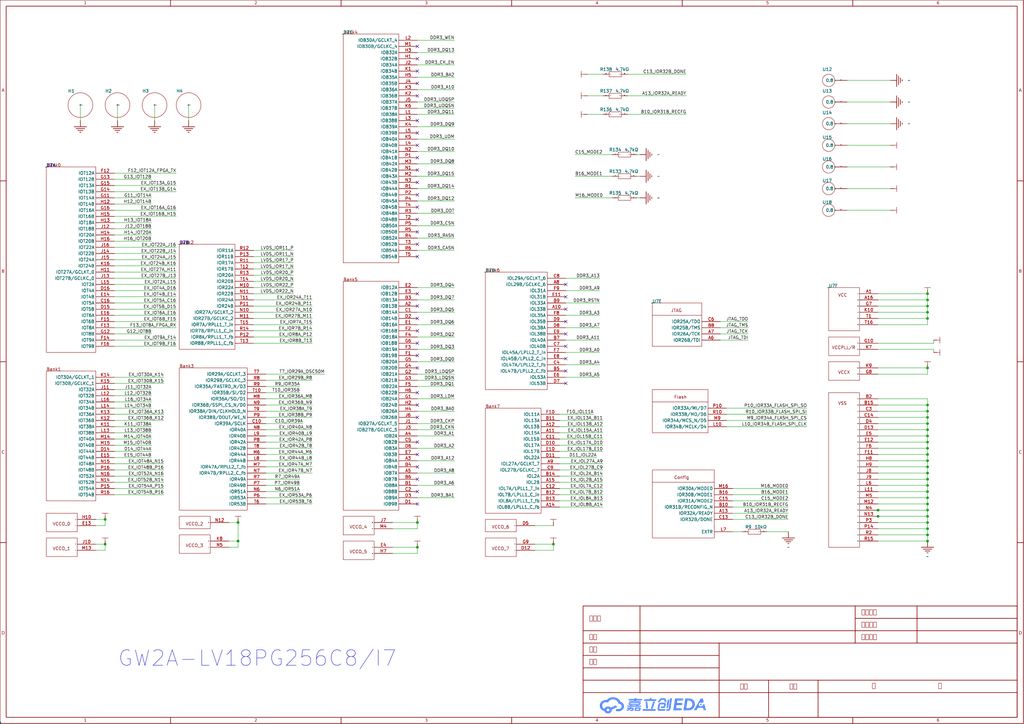
<source format=kicad_sch>
(kicad_sch (version 20250114) (generator "eeschema") (generator_version "9.0")
  (paper "User" 420.624 297.434)
  (lib_symbols
    (symbol "Library:0402WGF1002TCE"
      (property "Reference" "R" (at 0 0 0))
      (symbol "0402WGF1002TCE_1_0"
        (pin input line (at -5.08 0 0) (length 2.54) (name "1") (number "1"))
        (pin input line (at 5.08 0 180) (length 2.54) (name "2") (number "2"))
      )
    )
    (symbol "Library:0402WGF4701TCE"
      (property "Reference" "R" (at 0 0 0))
      (symbol "0402WGF4701TCE_1_0"
        (pin input line (at -5.08 0 0) (length 2.54) (name "1") (number "1"))
        (pin input line (at 5.08 0 180) (length 2.54) (name "2") (number "2"))
      )
    )
    (symbol "Library:5-Voltage" (power) (pin_numbers (hide yes)) (pin_names (hide yes))
      (symbol "5-Voltage_1_0"
        (pin power_in line (at 0 0 90) (length 1.27) (name "+3.3V") (number "1"))
      )
    )
    (symbol "Library:GND" (power) (pin_numbers (hide yes)) (pin_names (hide yes))
      (symbol "GND_1_0"
        (pin power_in line (at 0 0 270) (length 2.54) (name "") (number "1"))
      )
    )
    (symbol "Library:Ground-GND" (power) (pin_numbers (hide yes)) (pin_names (hide yes))
      (symbol "Ground-GND_1_0"
        (pin power_in line (at 0 0 270) (length 2.54) (name "") (number "1"))
      )
    )
    (symbol "Library:H?"
      (symbol "H?_1_0"
        (pin input line (at 0 0 0) (length 0.0254) (name "1") (number "1"))
      )
    )
    (symbol "Library:Power-VCC" (power) (pin_numbers (hide yes)) (pin_names (hide yes))
      (symbol "Power-VCC_1_0"
        (pin power_in line (at 0 0 90) (length 1.27) (name "+5V_IN") (number "1"))
      )
    )
    (symbol "Library:gw2a-lv18pg256"
      (symbol "gw2a-lv18pg256_1_0"
        (text "Bank0" (at 0 0 0) (effects (font (size 1.27 1.27)) (justify left bottom)))
        (text "Bank1" (at 0 -83.82 0) (effects (font (size 1.27 1.27)) (justify left bottom)))
        (text "VCCO_0" (at 2.54 -147.32 0) (effects (font (size 1.27 1.27)) (justify left bottom)))
        (text "VCCO_1" (at 2.54 -157.48 0) (effects (font (size 1.27 1.27)) (justify left bottom)))
        (pin input line (at 20.32 -144.78 180) (length 7.62) (name "122") (number "H10"))
        (pin input line (at 20.32 -147.32 180) (length 7.62) (name "77") (number "E13"))
        (pin input line (at 20.32 -154.94 180) (length 7.62) (name "138") (number "J10"))
        (pin input line (at 20.32 -157.48 180) (length 7.62) (name "189") (number "M13"))
        (pin input line (at 27.94 -2.54 180) (length 7.62) (name "IOT12A") (number "F12"))
        (pin input line (at 27.94 -5.08 180) (length 7.62) (name "IOT12B") (number "G13"))
        (pin input line (at 27.94 -7.62 180) (length 7.62) (name "IOT13A") (number "G15"))
        (pin input line (at 27.94 -10.16 180) (length 7.62) (name "IOT13B") (number "G14"))
        (pin input line (at 27.94 -12.7 180) (length 7.62) (name "IOT14A") (number "G11"))
        (pin input line (at 27.94 -15.24 180) (length 7.62) (name "IOT14B") (number "H12"))
        (pin input line (at 27.94 -17.78 180) (length 7.62) (name "IOT16A") (number "G16"))
        (pin input line (at 27.94 -20.32 180) (length 7.62) (name "IOT16B") (number "H15"))
        (pin input line (at 27.94 -22.86 180) (length 7.62) (name "IOT18A") (number "H13"))
        (pin input line (at 27.94 -25.4 180) (length 7.62) (name "IOT18B") (number "J12"))
        (pin input line (at 27.94 -27.94 180) (length 7.62) (name "IOT20A") (number "H14"))
        (pin input line (at 27.94 -30.48 180) (length 7.62) (name "IOT20B") (number "H16"))
        (pin input line (at 27.94 -33.02 180) (length 7.62) (name "IOT22A") (number "J16"))
        (pin input line (at 27.94 -35.56 180) (length 7.62) (name "IOT22B") (number "J14"))
        (pin input line (at 27.94 -38.1 180) (length 7.62) (name "IOT24A") (number "J15"))
        (pin input line (at 27.94 -40.64 180) (length 7.62) (name "IOT24B") (number "K16"))
        (pin input line (at 27.94 -43.18 180) (length 7.62) (name "IOT27A/GCLKT_0") (number "H11"))
        (pin input line (at 27.94 -45.72 180) (length 7.62) (name "IOT27B/GCLKC_0") (number "J13"))
        (pin input line (at 27.94 -48.26 180) (length 7.62) (name "IOT2A") (number "L15"))
        (pin input line (at 27.94 -50.8 180) (length 7.62) (name "IOT4A") (number "D16"))
        (pin input line (at 27.94 -53.34 180) (length 7.62) (name "IOT4B") (number "E14"))
        (pin input line (at 27.94 -55.88 180) (length 7.62) (name "IOT5A") (number "C16"))
        (pin input line (at 27.94 -58.42 180) (length 7.62) (name "IOT5B") (number "D15"))
        (pin input line (at 27.94 -60.96 180) (length 7.62) (name "IOT6A") (number "E16"))
        (pin input line (at 27.94 -63.5 180) (length 7.62) (name "IOT6B") (number "F15"))
        (pin input line (at 27.94 -66.04 180) (length 7.62) (name "IOT8A") (number "F13"))
        (pin input line (at 27.94 -68.58 180) (length 7.62) (name "IOT8B") (number "G12"))
        (pin input line (at 27.94 -71.12 180) (length 7.62) (name "IOT9A") (number "F14"))
        (pin input line (at 27.94 -73.66 180) (length 7.62) (name "IOT9B") (number "F16"))
        (pin input line (at 27.94 -86.36 180) (length 7.62) (name "IOT30A/GCLKT_1") (number "K14"))
        (pin input line (at 27.94 -88.9 180) (length 7.62) (name "IOT30B/GCLKC_1") (number "K15"))
        (pin input line (at 27.94 -91.44 180) (length 7.62) (name "IOT32A") (number "J11"))
        (pin input line (at 27.94 -93.98 180) (length 7.62) (name "IOT32B") (number "L12"))
        (pin input line (at 27.94 -96.52 180) (length 7.62) (name "IOT34A") (number "L16"))
        (pin input line (at 27.94 -99.06 180) (length 7.62) (name "IOT34B") (number "L14"))
        (pin input line (at 27.94 -101.6 180) (length 7.62) (name "IOT36A") (number "K13"))
        (pin input line (at 27.94 -104.14 180) (length 7.62) (name "IOT36B") (number "K12"))
        (pin input line (at 27.94 -106.68 180) (length 7.62) (name "IOT38A") (number "K11"))
        (pin input line (at 27.94 -109.22 180) (length 7.62) (name "IOT38B") (number "L13"))
        (pin input line (at 27.94 -111.76 180) (length 7.62) (name "IOT40A") (number "M14"))
        (pin input line (at 27.94 -114.3 180) (length 7.62) (name "IOT40B") (number "M15"))
        (pin input line (at 27.94 -116.84 180) (length 7.62) (name "IOT44A") (number "D14"))
        (pin input line (at 27.94 -119.38 180) (length 7.62) (name "IOT44B") (number "E15"))
        (pin input line (at 27.94 -121.92 180) (length 7.62) (name "IOT48A") (number "N15"))
        (pin input line (at 27.94 -124.46 180) (length 7.62) (name "IOT48B") (number "P16"))
        (pin input line (at 27.94 -127 180) (length 7.62) (name "IOT52A") (number "N16"))
        (pin input line (at 27.94 -129.54 180) (length 7.62) (name "IOT52B") (number "N14"))
        (pin input line (at 27.94 -132.08 180) (length 7.62) (name "IOT54A") (number "P15"))
        (pin input line (at 27.94 -134.62 180) (length 7.62) (name "IOT54B") (number "R16"))
      )
      (symbol "gw2a-lv18pg256_2_0"
        (text "Bank2" (at 0 0 0) (effects (font (size 1.27 1.27)) (justify left bottom)))
        (text "Bank3" (at 0 -50.8 0) (effects (font (size 1.27 1.27)) (justify left bottom)))
        (text "VCCO_2" (at 2.54 -115.57 0) (effects (font (size 1.27 1.27)) (justify left bottom)))
        (text "VCCO_3" (at 2.54 -124.46 0) (effects (font (size 1.27 1.27)) (justify left bottom)))
        (pin input line (at 20.32 -114.3 180) (length 7.62) (name "204") (number "N12"))
        (pin input line (at 20.32 -121.92 180) (length 7.62) (name "152") (number "K8"))
        (pin input line (at 20.32 -124.46 180) (length 7.62) (name "197") (number "N5"))
        (pin input line (at 30.48 -2.54 180) (length 7.62) (name "IOR11A") (number "R12"))
        (pin input line (at 30.48 -5.08 180) (length 7.62) (name "IOR11B") (number "P13"))
        (pin input line (at 30.48 -7.62 180) (length 7.62) (name "IOR17A") (number "R11"))
        (pin input line (at 30.48 -10.16 180) (length 7.62) (name "IOR17B") (number "T12"))
        (pin input line (at 30.48 -12.7 180) (length 7.62) (name "IOR20A") (number "R13"))
        (pin input line (at 30.48 -15.24 180) (length 7.62) (name "IOR20B") (number "T14"))
        (pin input line (at 30.48 -17.78 180) (length 7.62) (name "IOR22A") (number "M10"))
        (pin input line (at 30.48 -20.32 180) (length 7.62) (name "IOR22B") (number "N11"))
        (pin input line (at 30.48 -22.86 180) (length 7.62) (name "IOR24A") (number "T11"))
        (pin input line (at 30.48 -25.4 180) (length 7.62) (name "IOR24B") (number "P11"))
        (pin input line (at 30.48 -27.94 180) (length 7.62) (name "IOR27A/GCLKT_2") (number "N10"))
        (pin input line (at 30.48 -30.48 180) (length 7.62) (name "IOR27B/GCLKC_2") (number "M11"))
        (pin input line (at 30.48 -33.02 180) (length 7.62) (name "IOR7A/RPLL1_T_in") (number "T15"))
        (pin input line (at 30.48 -35.56 180) (length 7.62) (name "IOR7B/RPLL1_C_in") (number "R14"))
        (pin input line (at 30.48 -38.1 180) (length 7.62) (name "IOR8A/RPLL1_T_fb") (number "P12"))
        (pin input line (at 30.48 -40.64 180) (length 7.62) (name "IOR8B/RPLL1_C_fb") (number "T13"))
        (pin input line (at 35.56 -53.34 180) (length 7.62) (name "IOR29A/GCLKT_3") (number "T7"))
        (pin input line (at 35.56 -55.88 180) (length 7.62) (name "IOR29B/GCLKC_3") (number "R8"))
        (pin input line (at 35.56 -58.42 180) (length 7.62) (name "IOR35A/FASTRD_N/D3") (number "R9"))
        (pin input line (at 35.56 -60.96 180) (length 7.62) (name "IOR35B/SI/D2") (number "T10"))
        (pin input line (at 35.56 -63.5 180) (length 7.62) (name "IOR36A/SO/D1") (number "M8"))
        (pin input line (at 35.56 -66.04 180) (length 7.62) (name "IOR36B/SSPI_CS_N/D0") (number "N9"))
        (pin input line (at 35.56 -68.58 180) (length 7.62) (name "IOR38A/DIN/CLKHOLD_N") (number "T9"))
        (pin input line (at 35.56 -71.12 180) (length 7.62) (name "IOR38B/DOUT/WE_N") (number "P9"))
        (pin input line (at 35.56 -73.66 180) (length 7.62) (name "IOR39A/SCLK") (number "C10"))
        (pin input line (at 35.56 -76.2 180) (length 7.62) (name "IOR40A") (number "N8"))
        (pin input line (at 35.56 -78.74 180) (length 7.62) (name "IOR40B") (number "L9"))
        (pin input line (at 35.56 -81.28 180) (length 7.62) (name "IOR42A") (number "P8"))
        (pin input line (at 35.56 -83.82 180) (length 7.62) (name "IOR42B") (number "T8"))
        (pin input line (at 35.56 -86.36 180) (length 7.62) (name "IOR44A") (number "M6"))
        (pin input line (at 35.56 -88.9 180) (length 7.62) (name "IOR44B") (number "L8"))
        (pin input line (at 35.56 -91.44 180) (length 7.62) (name "IOR47A/RPLL2_T_fb") (number "M7"))
        (pin input line (at 35.56 -93.98 180) (length 7.62) (name "IOR47B/RPLL2_C_fb") (number "N7"))
        (pin input line (at 35.56 -96.52 180) (length 7.62) (name "IOR49A") (number "R7"))
        (pin input line (at 35.56 -99.06 180) (length 7.62) (name "IOR49B") (number "P7"))
        (pin input line (at 35.56 -101.6 180) (length 7.62) (name "IOR51A") (number "N6"))
        (pin input line (at 35.56 -104.14 180) (length 7.62) (name "IOR53A") (number "P6"))
        (pin input line (at 35.56 -106.68 180) (length 7.62) (name "IOR53B") (number "T6"))
      )
      (symbol "gw2a-lv18pg256_3_0"
        (text "Bank4" (at 0 0 0) (effects (font (size 1.27 1.27)) (justify left bottom)))
        (text "Bank5" (at 0 -101.6 0) (effects (font (size 1.27 1.27)) (justify left bottom)))
        (text "VCCO_4" (at 2.54 -203.2 0) (effects (font (size 1.27 1.27)) (justify left bottom)))
        (text "VCCO_5" (at 2.54 -213.36 0) (effects (font (size 1.27 1.27)) (justify left bottom)))
        (pin input line (at 20.32 -200.66 180) (length 7.62) (name "135") (number "J7"))
        (pin input line (at 20.32 -203.2 180) (length 7.62) (name "180") (number "M4"))
        (pin input line (at 20.32 -210.82 180) (length 7.62) (name "68") (number "E4"))
        (pin input line (at 20.32 -213.36 180) (length 7.62) (name "119") (number "H7"))
        (pin input line (at 30.48 -2.54 180) (length 7.62) (name "IOB30A/GCLKT_4") (number "L2"))
        (pin input line (at 30.48 -5.08 180) (length 7.62) (name "IOB30B/GCLKC_4") (number "M1"))
        (pin input line (at 30.48 -7.62 180) (length 7.62) (name "IOB32A") (number "H3"))
        (pin input line (at 30.48 -10.16 180) (length 7.62) (name "IOB32B") (number "H1"))
        (pin input line (at 30.48 -12.7 180) (length 7.62) (name "IOB34A") (number "J2"))
        (pin input line (at 30.48 -15.24 180) (length 7.62) (name "IOB34B") (number "K1"))
        (pin input line (at 30.48 -17.78 180) (length 7.62) (name "IOB35A") (number "H5"))
        (pin input line (at 30.48 -20.32 180) (length 7.62) (name "IOB35B") (number "J4"))
        (pin input line (at 30.48 -22.86 180) (length 7.62) (name "IOB36A") (number "K3"))
        (pin input line (at 30.48 -25.4 180) (length 7.62) (name "IOB36B") (number "K2"))
        (pin input line (at 30.48 -27.94 180) (length 7.62) (name "IOB37A") (number "J5"))
        (pin input line (at 30.48 -30.48 180) (length 7.62) (name "IOB37B") (number "K6"))
        (pin input line (at 30.48 -33.02 180) (length 7.62) (name "IOB38A") (number "L1"))
        (pin input line (at 30.48 -35.56 180) (length 7.62) (name "IOB38B") (number "L3"))
        (pin input line (at 30.48 -38.1 180) (length 7.62) (name "IOB39A") (number "K4"))
        (pin input line (at 30.48 -40.64 180) (length 7.62) (name "IOB39B") (number "L5"))
        (pin input line (at 30.48 -43.18 180) (length 7.62) (name "IOB40A") (number "K5"))
        (pin input line (at 30.48 -45.72 180) (length 7.62) (name "IOB40B") (number "L4"))
        (pin input line (at 30.48 -48.26 180) (length 7.62) (name "IOB41A") (number "N2"))
        (pin input line (at 30.48 -50.8 180) (length 7.62) (name "IOB41B") (number "P1"))
        (pin input line (at 30.48 -53.34 180) (length 7.62) (name "IOB42A") (number "M3"))
        (pin input line (at 30.48 -55.88 180) (length 7.62) (name "IOB42B") (number "N1"))
        (pin input line (at 30.48 -58.42 180) (length 7.62) (name "IOB43A") (number "M2"))
        (pin input line (at 30.48 -60.96 180) (length 7.62) (name "IOB43B") (number "N3"))
        (pin input line (at 30.48 -63.5 180) (length 7.62) (name "IOB44A") (number "R1"))
        (pin input line (at 30.48 -66.04 180) (length 7.62) (name "IOB44B") (number "P2"))
        (pin input line (at 30.48 -68.58 180) (length 7.62) (name "IOB45A") (number "P4"))
        (pin input line (at 30.48 -71.12 180) (length 7.62) (name "IOB45B") (number "T4"))
        (pin input line (at 30.48 -73.66 180) (length 7.62) (name "IOB48A") (number "R3"))
        (pin input line (at 30.48 -76.2 180) (length 7.62) (name "IOB48B") (number "T2"))
        (pin input line (at 30.48 -78.74 180) (length 7.62) (name "IOB50A") (number "P5"))
        (pin input line (at 30.48 -81.28 180) (length 7.62) (name "IOB50B") (number "R5"))
        (pin input line (at 30.48 -83.82 180) (length 7.62) (name "IOB52A") (number "R4"))
        (pin input line (at 30.48 -86.36 180) (length 7.62) (name "IOB52B") (number "T3"))
        (pin input line (at 30.48 -88.9 180) (length 7.62) (name "IOB54A") (number "R6"))
        (pin input line (at 30.48 -91.44 180) (length 7.62) (name "IOB54B") (number "T5"))
        (pin input line (at 30.48 -104.14 180) (length 7.62) (name "IOB12A") (number "E2"))
        (pin input line (at 30.48 -106.68 180) (length 7.62) (name "IOB12B") (number "E3"))
        (pin input line (at 30.48 -109.22 180) (length 7.62) (name "IOB13A") (number "B3"))
        (pin input line (at 30.48 -111.76 180) (length 7.62) (name "IOB13B") (number "A2"))
        (pin input line (at 30.48 -114.3 180) (length 7.62) (name "IOB14A") (number "C1"))
        (pin input line (at 30.48 -116.84 180) (length 7.62) (name "IOB14B") (number "D2"))
        (pin input line (at 30.48 -119.38 180) (length 7.62) (name "IOB16A") (number "E1"))
        (pin input line (at 30.48 -121.92 180) (length 7.62) (name "IOB16B") (number "F2"))
        (pin input line (at 30.48 -124.46 180) (length 7.62) (name "IOB18A") (number "F4"))
        (pin input line (at 30.48 -127 180) (length 7.62) (name "IOB18B") (number "G6"))
        (pin input line (at 30.48 -129.54 180) (length 7.62) (name "IOB19A") (number "F3"))
        (pin input line (at 30.48 -132.08 180) (length 7.62) (name "IOB19B") (number "F1"))
        (pin input line (at 30.48 -134.62 180) (length 7.62) (name "IOB20A") (number "G5"))
        (pin input line (at 30.48 -137.16 180) (length 7.62) (name "IOB20B") (number "G4"))
        (pin input line (at 30.48 -139.7 180) (length 7.62) (name "IOB21A") (number "G2"))
        (pin input line (at 30.48 -142.24 180) (length 7.62) (name "IOB21B") (number "G3"))
        (pin input line (at 30.48 -144.78 180) (length 7.62) (name "IOB22A") (number "F5"))
        (pin input line (at 30.48 -147.32 180) (length 7.62) (name "IOB22B") (number "H6"))
        (pin input line (at 30.48 -149.86 180) (length 7.62) (name "IOB24A") (number "G1"))
        (pin input line (at 30.48 -152.4 180) (length 7.62) (name "IOB24B") (number "H2"))
        (pin input line (at 30.48 -154.94 180) (length 7.62) (name "IOB26A") (number "H4"))
        (pin input line (at 30.48 -157.48 180) (length 7.62) (name "IOB26B") (number "J6"))
        (pin input line (at 30.48 -160.02 180) (length 7.62) (name "IOB27A/GCLKT_5") (number "J1"))
        (pin input line (at 30.48 -162.56 180) (length 7.62) (name "IOB27B/GCLKC_5") (number "J3"))
        (pin input line (at 30.48 -165.1 180) (length 7.62) (name "IOB2A") (number "A4"))
        (pin input line (at 30.48 -167.64 180) (length 7.62) (name "IOB2B") (number "C5"))
        (pin input line (at 30.48 -170.18 180) (length 7.62) (name "IOB3A") (number "D6"))
        (pin input line (at 30.48 -172.72 180) (length 7.62) (name "IOB3B") (number "E7"))
        (pin input line (at 30.48 -175.26 180) (length 7.62) (name "IOB4A") (number "A3"))
        (pin input line (at 30.48 -177.8 180) (length 7.62) (name "IOB4B") (number "B4"))
        (pin input line (at 30.48 -180.34 180) (length 7.62) (name "IOB7A") (number "A5"))
        (pin input line (at 30.48 -182.88 180) (length 7.62) (name "IOB7B") (number "B6"))
        (pin input line (at 30.48 -185.42 180) (length 7.62) (name "IOB8A") (number "B1"))
        (pin input line (at 30.48 -187.96 180) (length 7.62) (name "IOB8B") (number "C2"))
        (pin input line (at 30.48 -190.5 180) (length 7.62) (name "IOB9A") (number "D3"))
        (pin input line (at 30.48 -193.04 180) (length 7.62) (name "IOB9B") (number "D1"))
      )
      (symbol "gw2a-lv18pg256_4_0"
        (text "Bank6" (at 0 0 0) (effects (font (size 1.27 1.27)) (justify left bottom)))
        (text "Bank7" (at 0 -55.88 0) (effects (font (size 1.27 1.27)) (justify left bottom)))
        (text "VCCO_6" (at 2.54 -105.41 0) (effects (font (size 1.27 1.27)) (justify left bottom)))
        (text "VCCO_7" (at 2.54 -114.3 0) (effects (font (size 1.27 1.27)) (justify left bottom)))
        (pin input line (at 20.32 -104.14 180) (length 7.62) (name "53") (number "D5"))
        (pin input line (at 20.32 -111.76 180) (length 7.62) (name "105") (number "G9"))
        (pin input line (at 20.32 -114.3 180) (length 7.62) (name "60") (number "D12"))
        (pin input line (at 30.48 -58.42 180) (length 7.62) (name "IOL11A") (number "F10"))
        (pin input line (at 30.48 -60.96 180) (length 7.62) (name "IOL13A") (number "B11"))
        (pin input line (at 30.48 -63.5 180) (length 7.62) (name "IOL13B") (number "A12"))
        (pin input line (at 30.48 -66.04 180) (length 7.62) (name "IOL15A") (number "A11"))
        (pin input line (at 30.48 -68.58 180) (length 7.62) (name "IOL15B") (number "C11"))
        (pin input line (at 30.48 -71.12 180) (length 7.62) (name "IOL17A") (number "D10"))
        (pin input line (at 30.48 -73.66 180) (length 7.62) (name "IOL17B") (number "E10"))
        (pin input line (at 30.48 -76.2 180) (length 7.62) (name "IOL22A") (number "D11"))
        (pin input line (at 30.48 -78.74 180) (length 7.62) (name "IOL27A/GCLKT_7") (number "A9"))
        (pin input line (at 30.48 -81.28 180) (length 7.62) (name "IOL27B/GCLKC_7") (number "C9"))
        (pin input line (at 30.48 -83.82 180) (length 7.62) (name "IOL2A") (number "B14"))
        (pin input line (at 30.48 -86.36 180) (length 7.62) (name "IOL2B") (number "A15"))
        (pin input line (at 30.48 -88.9 180) (length 7.62) (name "IOL7A/LPLL1_T_in") (number "C12"))
        (pin input line (at 30.48 -91.44 180) (length 7.62) (name "IOL7B/LPLL1_C_in") (number "B12"))
        (pin input line (at 30.48 -93.98 180) (length 7.62) (name "IOL8A/LPLL1_T_fb") (number "B13"))
        (pin input line (at 30.48 -96.52 180) (length 7.62) (name "IOL8B/LPLL1_C_fb") (number "A14"))
        (pin input line (at 33.02 -2.54 180) (length 7.62) (name "IOL29A/GCLKT_6") (number "C8"))
        (pin input line (at 33.02 -5.08 180) (length 7.62) (name "IOL29B/GCLKC_6") (number "A8"))
        (pin input line (at 33.02 -7.62 180) (length 7.62) (name "IOL31A") (number "F9"))
        (pin input line (at 33.02 -10.16 180) (length 7.62) (name "IOL31B") (number "E11"))
        (pin input line (at 33.02 -12.7 180) (length 7.62) (name "IOL33A") (number "B9"))
        (pin input line (at 33.02 -15.24 180) (length 7.62) (name "IOL33B") (number "A10"))
        (pin input line (at 33.02 -17.78 180) (length 7.62) (name "IOL35A") (number "F8"))
        (pin input line (at 33.02 -20.32 180) (length 7.62) (name "IOL35B") (number "D9"))
        (pin input line (at 33.02 -22.86 180) (length 7.62) (name "IOL38A") (number "D8"))
        (pin input line (at 33.02 -25.4 180) (length 7.62) (name "IOL38B") (number "E9"))
        (pin input line (at 33.02 -27.94 180) (length 7.62) (name "IOL40A") (number "B7"))
        (pin input line (at 33.02 -30.48 180) (length 7.62) (name "IOL40B") (number "C7"))
        (pin input line (at 33.02 -33.02 180) (length 7.62) (name "IOL45A/LPLL2_T_in") (number "F7"))
        (pin input line (at 33.02 -35.56 180) (length 7.62) (name "IOL45B/LPLL2_C_in") (number "E8"))
        (pin input line (at 33.02 -38.1 180) (length 7.62) (name "IOL47A/LPLL2_T_fb") (number "C4"))
        (pin input line (at 33.02 -40.64 180) (length 7.62) (name "IOL47B/LPLL2_C_fb") (number "B5"))
        (pin input line (at 33.02 -43.18 180) (length 7.62) (name "IOL53A") (number "E6"))
        (pin input line (at 33.02 -45.72 180) (length 7.62) (name "IOL53B") (number "D7"))
      )
      (symbol "gw2a-lv18pg256_5_0"
        (text "JTAG" (at 7.62 -3.81 0) (effects (font (size 1.27 1.27)) (justify left bottom)))
        (text "Flash" (at 8.89 -39.37 0) (effects (font (size 1.27 1.27)) (justify left bottom)))
        (text "Config" (at 8.89 -72.39 0) (effects (font (size 1.27 1.27)) (justify left bottom)))
        (pin input line (at 27.94 -7.62 180) (length 7.62) (name "IOR25A/TDO") (number "C6"))
        (pin input line (at 27.94 -10.16 180) (length 7.62) (name "IOR25B/TMS") (number "B8"))
        (pin input line (at 27.94 -12.7 180) (length 7.62) (name "IOR26A/TCK") (number "A7"))
        (pin input line (at 27.94 -15.24 180) (length 7.62) (name "IOR26B/TDI") (number "A6"))
        (pin input line (at 30.48 -43.18 180) (length 7.62) (name "IOR33A/MI/D7") (number "P10"))
        (pin input line (at 30.48 -45.72 180) (length 7.62) (name "IOR33B/MO/D6") (number "R10"))
        (pin input line (at 30.48 -48.26 180) (length 7.62) (name "IOR34A/MCS_N/D5") (number "M9"))
        (pin input line (at 30.48 -50.8 180) (length 7.62) (name "IOR34B/MCLK/D4") (number "L10"))
        (pin input line (at 33.02 -76.2 180) (length 7.62) (name "IOR30A/MODE0") (number "M16"))
        (pin input line (at 33.02 -78.74 180) (length 7.62) (name "IOR30B/MODE1") (number "B16"))
        (pin input line (at 33.02 -81.28 180) (length 7.62) (name "IOR31A/MODE2") (number "C15"))
        (pin input line (at 33.02 -83.82 180) (length 7.62) (name "IOR31B/RECONFIG_N") (number "B10"))
        (pin input line (at 33.02 -86.36 180) (length 7.62) (name "IOR32A/READY") (number "A13"))
        (pin input line (at 33.02 -88.9 180) (length 7.62) (name "IOR32B/DONE") (number "C13"))
        (pin input line (at 33.02 -93.98 180) (length 7.62) (name "EXTR") (number "L7"))
      )
      (symbol "gw2a-lv18pg256_6_0"
        (text "VCCPLL/R" (at 1.27 -25.4 0) (effects (font (size 1.27 1.27)) (justify left bottom)))
        (text "VCC" (at 3.81 -3.81 0) (effects (font (size 1.27 1.27)) (justify left bottom)))
        (text "VCCX" (at 3.81 -35.56 0) (effects (font (size 1.27 1.27)) (justify left bottom)))
        (text "VSS" (at 3.81 -48.26 0) (effects (font (size 1.27 1.27)) (justify left bottom)))
        (pin input line (at 20.32 -2.54 180) (length 7.62) (name "1") (number "A1"))
        (pin input line (at 20.32 -5.08 180) (length 7.62) (name "16") (number "A16"))
        (pin input line (at 20.32 -7.62 180) (length 7.62) (name "103") (number "G7"))
        (pin input line (at 20.32 -10.16 180) (length 7.62) (name "154") (number "K10"))
        (pin input line (at 20.32 -12.7 180) (length 7.62) (name "241") (number "T1"))
        (pin input line (at 20.32 -15.24 180) (length 7.62) (name "256") (number "T16"))
        (pin input line (at 20.32 -22.86 180) (length 7.62) (name "106") (number "G10"))
        (pin input line (at 20.32 -25.4 180) (length 7.62) (name "151") (number "K7"))
        (pin input line (at 20.32 -33.02 180) (length 7.62) (name "153") (number "K9"))
        (pin input line (at 20.32 -35.56 180) (length 7.62) (name "104") (number "G8"))
        (pin input line (at 20.32 -45.72 180) (length 7.62) (name "18") (number "B2"))
        (pin input line (at 20.32 -48.26 180) (length 7.62) (name "31") (number "B15"))
        (pin input line (at 20.32 -50.8 180) (length 7.62) (name "35") (number "C3"))
        (pin input line (at 20.32 -53.34 180) (length 7.62) (name "46") (number "C14"))
        (pin input line (at 20.32 -55.88 180) (length 7.62) (name "52") (number "D4"))
        (pin input line (at 20.32 -58.42 180) (length 7.62) (name "61") (number "D13"))
        (pin input line (at 20.32 -60.96 180) (length 7.62) (name "69") (number "E5"))
        (pin input line (at 20.32 -63.5 180) (length 7.62) (name "76") (number "E12"))
        (pin input line (at 20.32 -66.04 180) (length 7.62) (name "86") (number "F6"))
        (pin input line (at 20.32 -68.58 180) (length 7.62) (name "91") (number "F11"))
        (pin input line (at 20.32 -71.12 180) (length 7.62) (name "120") (number "H8"))
        (pin input line (at 20.32 -73.66 180) (length 7.62) (name "121") (number "H9"))
        (pin input line (at 20.32 -76.2 180) (length 7.62) (name "136") (number "J8"))
        (pin input line (at 20.32 -78.74 180) (length 7.62) (name "137") (number "J9"))
        (pin input line (at 20.32 -81.28 180) (length 7.62) (name "166") (number "L6"))
        (pin input line (at 20.32 -83.82 180) (length 7.62) (name "171") (number "L11"))
        (pin input line (at 20.32 -86.36 180) (length 7.62) (name "181") (number "M5"))
        (pin input line (at 20.32 -88.9 180) (length 7.62) (name "188") (number "M12"))
        (pin input line (at 20.32 -91.44 180) (length 7.62) (name "196") (number "N4"))
        (pin input line (at 20.32 -93.98 180) (length 7.62) (name "205") (number "N13"))
        (pin input line (at 20.32 -96.52 180) (length 7.62) (name "211") (number "P3"))
        (pin input line (at 20.32 -99.06 180) (length 7.62) (name "222") (number "P14"))
        (pin input line (at 20.32 -101.6 180) (length 7.62) (name "226") (number "R2"))
        (pin input line (at 20.32 -104.14 180) (length 7.62) (name "239") (number "R15"))
      )
    )
    (symbol "Library:sheet-symbol_a4"
      (symbol "sheet-symbol_a4_1_0"
        (text "A" (at 1.27 260.0198 0) (effects (font (size 1.27 1.27))))
        (text "B" (at 1.27 185.7248 0) (effects (font (size 1.27 1.27))))
        (text "C" (at 1.27 111.4298 0) (effects (font (size 1.27 1.27))))
        (text "D" (at 1.27 37.1348 0) (effects (font (size 1.27 1.27))))
        (text "1" (at 35.0266 295.91 0) (effects (font (size 1.27 1.27))))
        (text "1" (at 35.0266 1.27 0) (effects (font (size 1.27 1.27))))
        (text "2" (at 105.0798 295.91 0) (effects (font (size 1.27 1.27))))
        (text "2" (at 105.0798 1.27 0) (effects (font (size 1.27 1.27))))
        (text "3" (at 175.133 295.91 0) (effects (font (size 1.27 1.27))))
        (text "3" (at 175.133 1.27 0) (effects (font (size 1.27 1.27))))
        (text "原理图" (at 242.062 43.18 0) (effects (font (size 1.905 1.905)) (justify left)))
        (text "图页" (at 242.062 35.56 0) (effects (font (size 1.905 1.905)) (justify left)))
        (text "绘制" (at 242.062 30.48 0) (effects (font (size 1.905 1.905)) (justify left)))
        (text "审阅" (at 242.062 25.4 0) (effects (font (size 1.905 1.905)) (justify left)))
        (text "4" (at 245.2116 295.91 0) (effects (font (size 1.27 1.27))))
        (text "4" (at 245.2116 1.27 0) (effects (font (size 1.27 1.27))))
        (text "版本" (at 305.562 15.24 0) (effects (font (size 1.905 1.905))))
        (text "5" (at 315.2648 295.91 0) (effects (font (size 1.27 1.27))))
        (text "5" (at 315.2648 1.27 0) (effects (font (size 1.27 1.27))))
        (text "尺寸" (at 325.882 15.24 0) (effects (font (size 1.905 1.905))))
        (text "更新日期" (at 353.822 45.72 0) (effects (font (size 1.905 1.905)) (justify left)))
        (text "创建日期" (at 353.822 40.64 0) (effects (font (size 1.905 1.905)) (justify left)))
        (text "物料编码" (at 353.822 35.56 0) (effects (font (size 1.905 1.905)) (justify left)))
        (text "页" (at 358.14 15.494 0) (effects (font (size 1.905 1.905)) (justify left)))
        (text "6" (at 385.318 295.91 0) (effects (font (size 1.27 1.27))))
        (text "共" (at 385.318 15.494 0) (effects (font (size 1.905 1.905)) (justify left)))
        (text "6" (at 385.318 1.27 0) (effects (font (size 1.27 1.27))))
        (text "A" (at 419.1 260.0198 0) (effects (font (size 1.27 1.27))))
        (text "B" (at 419.1 185.7248 0) (effects (font (size 1.27 1.27))))
        (text "C" (at 419.1 111.4298 0) (effects (font (size 1.27 1.27))))
        (text "D" (at 419.1 37.1348 0) (effects (font (size 1.27 1.27))))
      )
    )
    (symbol "Library:测试点"
      (symbol "测试点_1_0"
        (pin input line (at 0 -5.08 90) (length 5.08) (name "0.8") (number "1"))
      )
    )
  )
  (text "GW2A-LV18PG256C8/I7" (at 48.26 274.32 0) (effects (font (size 6.35 6.35)) (justify left bottom)))
  (junction (at 381 209.55))
  (junction (at 360.68 209.55))
  (junction (at 171.45 214.63))
  (junction (at 381 130.81))
  (junction (at 381 173.99))
  (junction (at 43.18 223.52))
  (junction (at 381 199.39))
  (junction (at 381 201.93))
  (junction (at 381 184.15))
  (junction (at 381 194.31))
  (junction (at 381 166.37))
  (junction (at 381 189.23))
  (junction (at 381 204.47))
  (junction (at 381 125.73))
  (junction (at 381 217.17))
  (junction (at 381 123.19))
  (junction (at 381 171.45))
  (junction (at 360.68 212.09))
  (junction (at 381 176.53))
  (junction (at 381 191.77))
  (junction (at 381 120.65))
  (junction (at 97.79 214.63))
  (junction (at 43.18 213.36))
  (junction (at 381 128.27))
  (junction (at 381 179.07))
  (junction (at 97.79 222.25))
  (junction (at 381 168.91))
  (junction (at 381 151.13))
  (junction (at 227.33 223.52))
  (junction (at 381 186.69))
  (junction (at 381 207.01))
  (junction (at 381 214.63))
  (junction (at 171.45 224.79))
  (junction (at 381 219.71))
  (junction (at 381 181.61))
  (junction (at 381 212.09))
  (junction (at 381 222.25))
  (junction (at 381 196.85))
  (no_connect (at 171.45 201.93))
  (no_connect (at 171.45 49.53))
  (no_connect (at 171.45 171.45))
  (no_connect (at 171.45 140.97))
  (no_connect (at 171.45 95.25))
  (no_connect (at 171.45 39.37))
  (no_connect (at 171.45 181.61))
  (no_connect (at 171.45 59.69))
  (no_connect (at 171.45 146.05))
  (no_connect (at 232.41 137.16))
  (no_connect (at 232.41 116.84))
  (no_connect (at 232.41 152.4))
  (no_connect (at 171.45 130.81))
  (no_connect (at 171.45 24.13))
  (no_connect (at 232.41 147.32))
  (no_connect (at 171.45 105.41))
  (no_connect (at 171.45 74.93))
  (no_connect (at 232.41 142.24))
  (no_connect (at 171.45 29.21))
  (no_connect (at 171.45 151.13))
  (no_connect (at 232.41 132.08))
  (no_connect (at 171.45 186.69))
  (no_connect (at 171.45 34.29))
  (no_connect (at 171.45 54.61))
  (no_connect (at 171.45 191.77))
  (no_connect (at 171.45 64.77))
  (no_connect (at 171.45 196.85))
  (no_connect (at 171.45 19.05))
  (no_connect (at 171.45 69.85))
  (no_connect (at 232.41 127))
  (no_connect (at 171.45 161.29))
  (no_connect (at 232.41 157.48))
  (no_connect (at 171.45 207.01))
  (no_connect (at 171.45 100.33))
  (no_connect (at 171.45 120.65))
  (no_connect (at 171.45 85.09))
  (no_connect (at 232.41 121.92))
  (no_connect (at 171.45 125.73))
  (no_connect (at 171.45 80.01))
  (no_connect (at 171.45 135.89))
  (no_connect (at 171.45 90.17))
  (no_connect (at 171.45 166.37))
  (wire (pts (xy 229.87 185.42) (xy 247.65 185.42)))
  (wire (pts (xy 383.54 140.97) (xy 360.68 140.97)))
  (wire (pts (xy 171.45 227.33) (xy 161.29 227.33)))
  (wire (pts (xy 46.99 162.56) (xy 62.23 162.56)))
  (wire (pts (xy 128.27 163.83) (xy 109.22 163.83)))
  (wire (pts (xy 171.45 184.15) (xy 186.69 184.15)))
  (wire (pts (xy 331.47 172.72) (xy 298.45 172.72)))
  (wire (pts (xy 67.31 200.66) (xy 46.99 200.66)))
  (wire (pts (xy 360.68 217.17) (xy 381 217.17)))
  (wire (pts (xy 381 209.55) (xy 381 207.01)))
  (wire (pts (xy 381 204.47) (xy 360.68 204.47)))
  (wire (pts (xy 109.22 201.93) (xy 123.19 201.93)))
  (wire (pts (xy 300.99 205.74) (xy 323.85 205.74)))
  (wire (pts (xy 72.39 109.22) (xy 46.99 109.22)))
  (wire (pts (xy 381 194.31) (xy 381 191.77)))
  (wire (pts (xy 171.45 97.79) (xy 186.69 97.79)))
  (wire (pts (xy 381 201.93) (xy 381 199.39)))
  (wire (pts (xy 229.87 205.74) (xy 247.65 205.74)))
  (wire (pts (xy 331.47 170.18) (xy 298.45 170.18)))
  (wire (pts (xy 261.62 81.28) (xy 262.89 81.28)))
  (wire (pts (xy 128.27 123.19) (xy 104.14 123.19)))
  (wire (pts (xy 381 184.15) (xy 360.68 184.15)))
  (wire (pts (xy 72.39 116.84) (xy 46.99 116.84)))
  (wire (pts (xy 381 186.69) (xy 360.68 186.69)))
  (wire (pts (xy 171.45 44.45) (xy 186.69 44.45)))
  (wire (pts (xy 46.99 96.52) (xy 62.23 96.52)))
  (wire (pts (xy 381 219.71) (xy 381 217.17)))
  (wire (pts (xy 381 168.91) (xy 360.68 168.91)))
  (wire (pts (xy 381 214.63) (xy 381 212.09)))
  (wire (pts (xy 171.45 168.91) (xy 186.69 168.91)))
  (wire (pts (xy 331.47 175.26) (xy 298.45 175.26)))
  (wire (pts (xy 381 128.27) (xy 381 125.73)))
  (wire (pts (xy 171.45 148.59) (xy 186.69 148.59)))
  (wire (pts (xy 171.45 143.51) (xy 186.69 143.51)))
  (wire (pts (xy 171.45 62.23) (xy 186.69 62.23)))
  (wire (pts (xy 246.38 149.86) (xy 232.41 149.86)))
  (wire (pts (xy 381 128.27) (xy 360.68 128.27)))
  (wire (pts (xy 247.65 180.34) (xy 229.87 180.34)))
  (wire (pts (xy 43.18 215.9) (xy 43.18 213.36)))
  (wire (pts (xy 381 181.61) (xy 381 179.07)))
  (wire (pts (xy 300.99 213.36) (xy 323.85 213.36)))
  (wire (pts (xy 128.27 181.61) (xy 109.22 181.61)))
  (wire (pts (xy 300.99 203.2) (xy 323.85 203.2)))
  (wire (pts (xy 243.84 170.18) (xy 229.87 170.18)))
  (wire (pts (xy 72.39 104.14) (xy 46.99 104.14)))
  (wire (pts (xy 128.27 166.37) (xy 109.22 166.37)))
  (wire (pts (xy 236.22 72.39) (xy 251.46 72.39)))
  (wire (pts (xy 229.87 193.04) (xy 247.65 193.04)))
  (wire (pts (xy 171.45 36.83) (xy 186.69 36.83)))
  (wire (pts (xy 120.65 102.87) (xy 104.14 102.87)))
  (wire (pts (xy 97.79 214.63) (xy 93.98 214.63)))
  (wire (pts (xy 381 123.19) (xy 360.68 123.19)))
  (wire (pts (xy 219.71 223.52) (xy 227.33 223.52)))
  (wire (pts (xy 43.18 226.06) (xy 43.18 223.52)))
  (wire (pts (xy 229.87 187.96) (xy 245.11 187.96)))
  (wire (pts (xy 381 204.47) (xy 381 201.93)))
  (wire (pts (xy 128.27 186.69) (xy 109.22 186.69)))
  (wire (pts (xy 295.91 139.7) (xy 307.34 139.7)))
  (wire (pts (xy 109.22 207.01) (xy 128.27 207.01)))
  (wire (pts (xy 246.38 154.94) (xy 232.41 154.94)))
  (wire (pts (xy 381 209.55) (xy 360.68 209.55)))
  (wire (pts (xy 128.27 204.47) (xy 109.22 204.47)))
  (wire (pts (xy 171.45 57.15) (xy 186.69 57.15)))
  (wire (pts (xy 262.89 63.5) (xy 261.62 63.5)))
  (wire (pts (xy 67.31 203.2) (xy 46.99 203.2)))
  (wire (pts (xy 171.45 52.07) (xy 186.69 52.07)))
  (wire (pts (xy 247.65 182.88) (xy 229.87 182.88)))
  (wire (pts (xy 72.39 121.92) (xy 46.99 121.92)))
  (wire (pts (xy 381 199.39) (xy 381 196.85)))
  (wire (pts (xy 381 207.01) (xy 360.68 207.01)))
  (wire (pts (xy 46.99 73.66) (xy 62.23 73.66)))
  (wire (pts (xy 120.65 105.41) (xy 104.14 105.41)))
  (wire (pts (xy 109.22 153.67) (xy 133.35 153.67)))
  (wire (pts (xy 109.22 196.85) (xy 123.19 196.85)))
  (wire (pts (xy 46.99 177.8) (xy 62.23 177.8)))
  (wire (pts (xy 358.14 212.09) (xy 360.68 212.09)))
  (wire (pts (xy 241.3 39.37) (xy 247.65 39.37)))
  (wire (pts (xy 247.65 177.8) (xy 229.87 177.8)))
  (wire (pts (xy 219.71 215.9) (xy 227.33 215.9)))
  (wire (pts (xy 381 199.39) (xy 360.68 199.39)))
  (wire (pts (xy 295.91 132.08) (xy 307.34 132.08)))
  (wire (pts (xy 72.39 124.46) (xy 46.99 124.46)))
  (wire (pts (xy 246.38 139.7) (xy 232.41 139.7)))
  (wire (pts (xy 46.99 91.44) (xy 62.23 91.44)))
  (wire (pts (xy 381 186.69) (xy 381 184.15)))
  (wire (pts (xy 232.41 119.38) (xy 246.38 119.38)))
  (wire (pts (xy 72.39 134.62) (xy 46.99 134.62)))
  (wire (pts (xy 247.65 172.72) (xy 229.87 172.72)))
  (wire (pts (xy 62.23 182.88) (xy 46.99 182.88)))
  (wire (pts (xy 381 173.99) (xy 381 171.45)))
  (wire (pts (xy 171.45 118.11) (xy 186.69 118.11)))
  (wire (pts (xy 46.99 83.82) (xy 62.23 83.82)))
  (wire (pts (xy 331.47 167.64) (xy 298.45 167.64)))
  (wire (pts (xy 46.99 71.12) (xy 72.39 71.12)))
  (wire (pts (xy 46.99 93.98) (xy 62.23 93.98)))
  (wire (pts (xy 381 194.31) (xy 360.68 194.31)))
  (wire (pts (xy 381 196.85) (xy 360.68 196.85)))
  (wire (pts (xy 128.27 133.35) (xy 104.14 133.35)))
  (wire (pts (xy 128.27 125.73) (xy 104.14 125.73)))
  (wire (pts (xy 128.27 135.89) (xy 104.14 135.89)))
  (wire (pts (xy 381 179.07) (xy 360.68 179.07)))
  (wire (pts (xy 97.79 222.25) (xy 93.98 222.25)))
  (wire (pts (xy 295.91 137.16) (xy 307.34 137.16)))
  (wire (pts (xy 72.39 132.08) (xy 46.99 132.08)))
  (wire (pts (xy 72.39 76.2) (xy 46.99 76.2)))
  (wire (pts (xy 128.27 176.53) (xy 109.22 176.53)))
  (wire (pts (xy 72.39 106.68) (xy 46.99 106.68)))
  (wire (pts (xy 171.45 224.79) (xy 161.29 224.79)))
  (wire (pts (xy 46.99 190.5) (xy 67.31 190.5)))
  (wire (pts (xy 33.02 43.18) (xy 33.02 49.53)))
  (wire (pts (xy 46.99 81.28) (xy 62.23 81.28)))
  (wire (pts (xy 120.65 115.57) (xy 104.14 115.57)))
  (wire (pts (xy 347.98 59.69) (xy 365.76 59.69)))
  (wire (pts (xy 383.54 144.78) (xy 383.54 143.51)))
  (wire (pts (xy 171.45 214.63) (xy 161.29 214.63)))
  (wire (pts (xy 171.45 41.91) (xy 186.69 41.91)))
  (wire (pts (xy 381 201.93) (xy 360.68 201.93)))
  (wire (pts (xy 171.45 82.55) (xy 186.69 82.55)))
  (wire (pts (xy 62.23 99.06) (xy 46.99 99.06)))
  (wire (pts (xy 171.45 194.31) (xy 186.69 194.31)))
  (wire (pts (xy 120.65 113.03) (xy 104.14 113.03)))
  (wire (pts (xy 241.3 30.48) (xy 247.65 30.48)))
  (wire (pts (xy 381 191.77) (xy 360.68 191.77)))
  (wire (pts (xy 347.98 41.91) (xy 365.76 41.91)))
  (wire (pts (xy 229.87 200.66) (xy 247.65 200.66)))
  (wire (pts (xy 247.65 175.26) (xy 229.87 175.26)))
  (wire (pts (xy 381 153.67) (xy 360.68 153.67)))
  (wire (pts (xy 171.45 217.17) (xy 171.45 214.63)))
  (wire (pts (xy 67.31 170.18) (xy 46.99 170.18)))
  (wire (pts (xy 171.45 176.53) (xy 186.69 176.53)))
  (wire (pts (xy 381 163.83) (xy 360.68 163.83)))
  (wire (pts (xy 128.27 194.31) (xy 109.22 194.31)))
  (wire (pts (xy 381 176.53) (xy 360.68 176.53)))
  (wire (pts (xy 128.27 130.81) (xy 104.14 130.81)))
  (wire (pts (xy 347.98 68.58) (xy 365.76 68.58)))
  (wire (pts (xy 128.27 179.07) (xy 109.22 179.07)))
  (wire (pts (xy 62.23 137.16) (xy 46.99 137.16)))
  (wire (pts (xy 229.87 195.58) (xy 247.65 195.58)))
  (wire (pts (xy 43.18 215.9) (xy 39.37 215.9)))
  (wire (pts (xy 381 191.77) (xy 381 189.23)))
  (wire (pts (xy 46.99 160.02) (xy 62.23 160.02)))
  (wire (pts (xy 381 125.73) (xy 381 123.19)))
  (wire (pts (xy 171.45 133.35) (xy 186.69 133.35)))
  (wire (pts (xy 381 222.25) (xy 381 219.71)))
  (wire (pts (xy 128.27 128.27) (xy 104.14 128.27)))
  (wire (pts (xy 171.45 138.43) (xy 186.69 138.43)))
  (wire (pts (xy 246.38 129.54) (xy 232.41 129.54)))
  (wire (pts (xy 383.54 143.51) (xy 360.68 143.51)))
  (wire (pts (xy 120.65 110.49) (xy 104.14 110.49)))
  (wire (pts (xy 72.39 78.74) (xy 46.99 78.74)))
  (wire (pts (xy 300.99 218.44) (xy 304.8 218.44)))
  (wire (pts (xy 72.39 101.6) (xy 46.99 101.6)))
  (wire (pts (xy 381 133.35) (xy 381 130.81)))
  (wire (pts (xy 109.22 184.15) (xy 128.27 184.15)))
  (wire (pts (xy 314.96 218.44) (xy 323.85 218.44)))
  (wire (pts (xy 171.45 46.99) (xy 186.69 46.99)))
  (wire (pts (xy 46.99 193.04) (xy 67.31 193.04)))
  (wire (pts (xy 62.23 180.34) (xy 46.99 180.34)))
  (wire (pts (xy 381 171.45) (xy 381 168.91)))
  (wire (pts (xy 246.38 144.78) (xy 232.41 144.78)))
  (wire (pts (xy 171.45 77.47) (xy 186.69 77.47)))
  (wire (pts (xy 381 179.07) (xy 381 176.53)))
  (wire (pts (xy 72.39 88.9) (xy 46.99 88.9)))
  (wire (pts (xy 381 181.61) (xy 360.68 181.61)))
  (wire (pts (xy 93.98 224.79) (xy 97.79 224.79)))
  (wire (pts (xy 262.89 72.39) (xy 261.62 72.39)))
  (wire (pts (xy 171.45 102.87) (xy 186.69 102.87)))
  (wire (pts (xy 381 151.13) (xy 360.68 151.13)))
  (wire (pts (xy 171.45 163.83) (xy 186.69 163.83)))
  (wire (pts (xy 109.22 173.99) (xy 124.46 173.99)))
  (wire (pts (xy 381 171.45) (xy 360.68 171.45)))
  (wire (pts (xy 381 189.23) (xy 381 186.69)))
  (wire (pts (xy 381 130.81) (xy 381 128.27)))
  (wire (pts (xy 171.45 173.99) (xy 186.69 173.99)))
  (wire (pts (xy 171.45 26.67) (xy 186.69 26.67)))
  (wire (pts (xy 109.22 161.29) (xy 123.19 161.29)))
  (wire (pts (xy 381 212.09) (xy 381 209.55)))
  (wire (pts (xy 62.23 185.42) (xy 46.99 185.42)))
  (wire (pts (xy 381 189.23) (xy 360.68 189.23)))
  (wire (pts (xy 171.45 31.75) (xy 186.69 31.75)))
  (wire (pts (xy 128.27 191.77) (xy 109.22 191.77)))
  (wire (pts (xy 109.22 199.39) (xy 123.19 199.39)))
  (wire (pts (xy 171.45 67.31) (xy 186.69 67.31)))
  (wire (pts (xy 229.87 203.2) (xy 247.65 203.2)))
  (wire (pts (xy 171.45 123.19) (xy 186.69 123.19)))
  (wire (pts (xy 72.39 86.36) (xy 46.99 86.36)))
  (wire (pts (xy 171.45 153.67) (xy 186.69 153.67)))
  (wire (pts (xy 62.23 167.64) (xy 46.99 167.64)))
  (wire (pts (xy 381 217.17) (xy 381 214.63)))
  (wire (pts (xy 381 196.85) (xy 381 194.31)))
  (wire (pts (xy 62.23 187.96) (xy 46.99 187.96)))
  (wire (pts (xy 186.69 21.59) (xy 171.45 21.59)))
  (wire (pts (xy 171.45 156.21) (xy 186.69 156.21)))
  (wire (pts (xy 227.33 226.06) (xy 219.71 226.06)))
  (wire (pts (xy 381 123.19) (xy 381 120.65)))
  (wire (pts (xy 62.23 165.1) (xy 46.99 165.1)))
  (wire (pts (xy 232.41 114.3) (xy 246.38 114.3)))
  (wire (pts (xy 97.79 224.79) (xy 97.79 222.25)))
  (wire (pts (xy 72.39 111.76) (xy 46.99 111.76)))
  (wire (pts (xy 46.99 195.58) (xy 67.31 195.58)))
  (wire (pts (xy 257.81 39.37) (xy 281.94 39.37)))
  (wire (pts (xy 128.27 171.45) (xy 109.22 171.45)))
  (wire (pts (xy 347.98 50.8) (xy 365.76 50.8)))
  (wire (pts (xy 171.45 217.17) (xy 161.29 217.17)))
  (wire (pts (xy 171.45 199.39) (xy 186.69 199.39)))
  (wire (pts (xy 347.98 86.36) (xy 365.76 86.36)))
  (wire (pts (xy 46.99 154.94) (xy 67.31 154.94)))
  (wire (pts (xy 381 207.01) (xy 381 204.47)))
  (wire (pts (xy 77.47 43.18) (xy 77.47 49.53)))
  (wire (pts (xy 360.68 219.71) (xy 381 219.71)))
  (wire (pts (xy 72.39 119.38) (xy 46.99 119.38)))
  (wire (pts (xy 381 151.13) (xy 381 153.67)))
  (wire (pts (xy 295.91 134.62) (xy 307.34 134.62)))
  (wire (pts (xy 251.46 81.28) (xy 236.22 81.28)))
  (wire (pts (xy 72.39 142.24) (xy 46.99 142.24)))
  (wire (pts (xy 109.22 156.21) (xy 128.27 156.21)))
  (wire (pts (xy 63.5 43.18) (xy 63.5 49.53)))
  (wire (pts (xy 171.45 128.27) (xy 186.69 128.27)))
  (wire (pts (xy 72.39 139.7) (xy 46.99 139.7)))
  (wire (pts (xy 186.69 16.51) (xy 171.45 16.51)))
  (wire (pts (xy 72.39 127) (xy 46.99 127)))
  (wire (pts (xy 232.41 124.46) (xy 246.38 124.46)))
  (wire (pts (xy 381 133.35) (xy 360.68 133.35)))
  (wire (pts (xy 171.45 189.23) (xy 186.69 189.23)))
  (wire (pts (xy 383.54 139.7) (xy 383.54 140.97)))
  (wire (pts (xy 347.98 77.47) (xy 365.76 77.47)))
  (wire (pts (xy 123.19 158.75) (xy 109.22 158.75)))
  (wire (pts (xy 257.81 46.99) (xy 281.94 46.99)))
  (wire (pts (xy 381 184.15) (xy 381 181.61)))
  (wire (pts (xy 171.45 204.47) (xy 186.69 204.47)))
  (wire (pts (xy 229.87 198.12) (xy 247.65 198.12)))
  (wire (pts (xy 381 166.37) (xy 360.68 166.37)))
  (wire (pts (xy 381 214.63) (xy 360.68 214.63)))
  (wire (pts (xy 381 168.91) (xy 381 166.37)))
  (wire (pts (xy 171.45 158.75) (xy 186.69 158.75)))
  (wire (pts (xy 300.99 208.28) (xy 323.85 208.28)))
  (wire (pts (xy 72.39 114.3) (xy 46.99 114.3)))
  (wire (pts (xy 381 166.37) (xy 381 163.83)))
  (wire (pts (xy 171.45 87.63) (xy 186.69 87.63)))
  (wire (pts (xy 72.39 129.54) (xy 46.99 129.54)))
  (wire (pts (xy 347.98 33.02) (xy 365.76 33.02)))
  (wire (pts (xy 236.22 63.5) (xy 251.46 63.5)))
  (wire (pts (xy 360.68 222.25) (xy 381 222.25)))
  (wire (pts (xy 43.18 213.36) (xy 39.37 213.36)))
  (wire (pts (xy 227.33 223.52) (xy 227.33 226.06)))
  (wire (pts (xy 300.99 210.82) (xy 323.85 210.82)))
  (wire (pts (xy 171.45 92.71) (xy 186.69 92.71)))
  (wire (pts (xy 128.27 140.97) (xy 104.14 140.97)))
  (wire (pts (xy 171.45 227.33) (xy 171.45 224.79)))
  (wire (pts (xy 381 176.53) (xy 381 173.99)))
  (wire (pts (xy 120.65 120.65) (xy 104.14 120.65)))
  (wire (pts (xy 128.27 138.43) (xy 104.14 138.43)))
  (wire (pts (xy 43.18 226.06) (xy 39.37 226.06)))
  (wire (pts (xy 48.26 43.18) (xy 48.26 49.53)))
  (wire (pts (xy 281.94 30.48) (xy 257.81 30.48)))
  (wire (pts (xy 46.99 198.12) (xy 67.31 198.12)))
  (wire (pts (xy 381 173.99) (xy 360.68 173.99)))
  (wire (pts (xy 381 120.65) (xy 360.68 120.65)))
  (wire (pts (xy 128.27 189.23) (xy 109.22 189.23)))
  (wire (pts (xy 97.79 222.25) (xy 97.79 214.63)))
  (wire (pts (xy 46.99 175.26) (xy 62.23 175.26)))
  (wire (pts (xy 381 212.09) (xy 360.68 212.09)))
  (wire (pts (xy 171.45 179.07) (xy 186.69 179.07)))
  (wire (pts (xy 120.65 118.11) (xy 104.14 118.11)))
  (wire (pts (xy 43.18 223.52) (xy 39.37 223.52)))
  (wire (pts (xy 109.22 168.91) (xy 128.27 168.91)))
  (wire (pts (xy 67.31 172.72) (xy 46.99 172.72)))
  (wire (pts (xy 381 130.81) (xy 360.68 130.81)))
  (wire (pts (xy 355.6 209.55) (xy 360.68 209.55)))
  (wire (pts (xy 229.87 208.28) (xy 247.65 208.28)))
  (wire (pts (xy 241.3 46.99) (xy 247.65 46.99)))
  (wire (pts (xy 381 125.73) (xy 360.68 125.73)))
  (wire (pts (xy 300.99 200.66) (xy 323.85 200.66)))
  (wire (pts (xy 229.87 190.5) (xy 247.65 190.5)))
  (wire (pts (xy 46.99 157.48) (xy 67.31 157.48)))
  (wire (pts (xy 120.65 107.95) (xy 104.14 107.95)))
  (wire (pts (xy 171.45 72.39) (xy 186.69 72.39)))
  (wire (pts (xy 246.38 134.62) (xy 232.41 134.62)))
  (label "DDR3_DQ13" (at 186.69 21.59 180))
  (label "DDR3_A8" (at 186.69 194.31 180))
  (label "DDR3_DQ2" (at 186.69 138.43 180))
  (label "DDR3_DQ3" (at 186.69 143.51 180))
  (label "EX_IOR44B_L8" (at 128.27 189.23 180))
  (label "EX_IOT6A_E16" (at 72.39 129.54 180))
  (label "EX_IOR47A_M7" (at 128.27 191.77 180))
  (label "EX_IOR47B_N7" (at 128.27 194.31 180))
  (label "EX_IOL2A_B14" (at 247.65 195.58 180))
  (label "DDR3_RASN" (at 186.69 97.79 180))
  (label "LVDS_IOR20_N" (at 120.65 115.57 180))
  (label "DDR3_DQ11" (at 186.69 46.99 180))
  (label "L10_IOR34B_FLASH_SPI_CLK" (at 331.47 175.26 180))
  (label "EX_IOT52A_N16" (at 67.31 195.58 180))
  (label "L16_IOT34A" (at 62.23 165.1 180))
  (label "EX_IOR38A_T9" (at 128.27 168.91 180))
  (label "F10_IOL11A" (at 243.84 170.18 180))
  (label "DDR3_BA0" (at 186.69 168.91 180))
  (label "DDR3_A5" (at 246.38 154.94 180))
  (label "EX_IOR24A_T11" (at 128.27 123.19 180))
  (label "EX_IOT13A_G15" (at 72.39 76.2 180))
  (label "M16_MODE0" (at 236.22 81.28 0))
  (label "EX_IOT9A_F14" (at 72.39 139.7 180))
  (label "DDR3_DQ15" (at 186.69 72.39 180))
  (label "G13_IOT12B" (at 62.23 73.66 180))
  (label "E15_IOT44B" (at 62.23 187.96 180))
  (label "EX_IOR24B_P11" (at 128.27 125.73 180))
  (label "DDR3_UDM" (at 186.69 57.15 180))
  (label "A13_IOR32A_READY" (at 323.85 210.82 180))
  (label "EX_IOT2A_L15" (at 72.39 116.84 180))
  (label "DDR3_A13" (at 246.38 114.3 180))
  (label "H13_IOT18A" (at 62.23 91.44 180))
  (label "J12_IOT18B" (at 62.23 93.98 180))
  (label "C10_IOR39A" (at 124.46 173.99 180))
  (label "DDR3_DQ1" (at 186.69 158.75 180))
  (label "DDR3_BA2" (at 186.69 31.75 180))
  (label "D14_IOT44A" (at 62.23 185.42 180))
  (label "LVDS_IOR17_N" (at 120.65 110.49 180))
  (label "M16_MODE0" (at 323.85 200.66 180))
  (label "EX_IOT22A_J16" (at 72.39 101.6 180))
  (label "EX_IOL17B_E10" (at 247.65 185.42 180))
  (label "DDR3_DQ14" (at 186.69 77.47 180))
  (label "D11_IOL22A" (at 245.11 187.96 180))
  (label "B10_IOR31B_RECFG" (at 281.94 46.99 180))
  (label "J11_IOT32A" (at 62.23 160.02 180))
  (label "B16_MODE1" (at 323.85 203.2 180))
  (label "DDR3_CASN" (at 186.69 102.87 180))
  (label "L14_IOT34B" (at 62.23 167.64 180))
  (label "EX_IOT30A_K14" (at 67.31 154.94 180))
  (label "EX_IOT13B_G14" (at 72.39 78.74 180))
  (label "DDR3_DQ9" (at 186.69 52.07 180))
  (label "EX_IOR40A_N8" (at 128.27 176.53 180))
  (label "EX_IOT52B_N14" (at 67.31 198.12 180))
  (label "EX_IOT30B_K15" (at 67.31 157.48 180))
  (label "EX_IOT24B_K16" (at 72.39 109.22 180))
  (label "DDR3_DQ10" (at 186.69 62.23 180))
  (label "DDR3_WEN" (at 186.69 16.51 180))
  (label "DDR3_UDQSP" (at 186.69 41.91 180))
  (label "JTAG_TMS" (at 307.34 134.62 180))
  (label "B10_IOR31B_RECFG" (at 323.85 208.28 180))
  (label "DDR3_DQ0" (at 186.69 148.59 180))
  (label "EX_IOL8B_A14" (at 247.65 208.28 180))
  (label "LVDS_IOR22_N" (at 120.65 120.65 180))
  (label "EX_IOT22B_J14" (at 72.39 104.14 180))
  (label "G12_IOT8B" (at 62.23 137.16 180))
  (label "EX_IOL17A_D10" (at 247.65 182.88 180))
  (label "DDR3_A9" (at 246.38 119.38 180))
  (label "T10_IOR35B" (at 123.19 161.29 180))
  (label "EX_IOT27A_H11" (at 72.39 111.76 180))
  (label "R9_IOR35A" (at 123.19 158.75 180))
  (label "EX_IOR29B_R8" (at 128.27 156.21 180))
  (label "EX_IOL15B_C11" (at 247.65 180.34 180))
  (label "DDR3_LDQSP" (at 186.69 153.67 180))
  (label "L13_IOT38B" (at 62.23 177.8 180))
  (label "LVDS_IOR22_P" (at 120.65 118.11 180))
  (label "EX_IOR53B_T6" (at 128.27 207.01 180))
  (label "F12_IOT12A_FPGA_TX" (at 72.39 71.12 180))
  (label "K11_IOT38A" (at 62.23 175.26 180))
  (label "JTAG_TDI" (at 307.34 139.7 180))
  (label "DDR3_CKN" (at 186.69 176.53 180))
  (label "T7_IOR29A_OSC50M" (at 133.35 153.67 180))
  (label "C15_MODE2" (at 323.85 205.74 180))
  (label "M14_IOT40A" (at 62.23 180.34 180))
  (label "C13_IOR32B_DONE" (at 281.94 30.48 180))
  (label "DDR3_DQ7" (at 186.69 123.19 180))
  (label "DDR3_A4" (at 246.38 149.86 180))
  (label "EX_IOT9B_F16" (at 72.39 142.24 180))
  (label "DDR3_BA1" (at 186.69 204.47 180))
  (label "EX_IOT4B_E14" (at 72.39 121.92 180))
  (label "R7_IOR49A" (at 123.19 196.85 180))
  (label "G11_IOT14A" (at 62.23 81.28 180))
  (label "H14_IOT20A" (at 62.23 96.52 180))
  (label "DDR3_RSTN" (at 246.38 124.46 180))
  (label "EX_IOR38B_P9" (at 128.27 171.45 180))
  (label "DDR3_DQ12" (at 186.69 82.55 180))
  (label "EX_IOR40B_L9" (at 128.27 179.07 180))
  (label "JTAG_TCK" (at 307.34 137.16 180))
  (label "EX_IOL7A_C12" (at 247.65 200.66 180))
  (label "EX_IOT4A_D16" (at 72.39 119.38 180))
  (label "EX_IOR36B_N9" (at 128.27 166.37 180))
  (label "EX_IOT6B_F15" (at 72.39 132.08 180))
  (label "L12_IOT32B" (at 62.23 162.56 180))
  (label "DDR3_A0" (at 246.38 144.78 180))
  (label "DDR3_LDM" (at 186.69 163.83 180))
  (label "EX_IOT48A_N15" (at 67.31 190.5 180))
  (label "DDR3_A10" (at 186.69 36.83 180))
  (label "EX_IOT48B_P16" (at 67.31 193.04 180))
  (label "DDR3_CKP" (at 186.69 173.99 180))
  (label "LVDS_IOR17_P" (at 120.65 107.95 180))
  (label "EX_IOR8B_T13" (at 128.27 140.97 180))
  (label "DDR3_A11" (at 246.38 139.7 180))
  (label "EX_IOT24A_J15" (at 72.39 106.68 180))
  (label "EX_IOL15A_A11" (at 247.65 177.8 180))
  (label "EX_IOL13A_B11" (at 247.65 172.72 180))
  (label "DDR3_A3" (at 246.38 129.54 180))
  (label "H16_IOT20B" (at 62.23 99.06 180))
  (label "EX_IOR42B_T8" (at 128.27 184.15 180))
  (label "LVDS_IOR11_P" (at 120.65 102.87 180))
  (label "C15_MODE2" (at 236.22 63.5 0))
  (label "EX_IOL13B_A12" (at 247.65 175.26 180))
  (label "P10_IOR33A_FLASH_SPI_SO" (at 331.47 167.64 180))
  (label "DDR3_DQ8" (at 186.69 67.31 180))
  (label "DDR3_DQ6" (at 186.69 133.35 180))
  (label "LVDS_IOR11_N" (at 120.65 105.41 180))
  (label "B16_MODE1" (at 236.22 72.39 0))
  (label "DDR3_A2" (at 186.69 184.15 180))
  (label "R10_IOR33B_FLASH_SPI_SI" (at 331.47 170.18 180))
  (label "EX_IOL7B_B12" (at 247.65 203.2 180))
  (label "EX_IOR8A_P12" (at 128.27 138.43 180))
  (label "DDR3_A7" (at 246.38 134.62 180))
  (label "EX_IOT16A_G16" (at 72.39 86.36 180))
  (label "N6_IOR51A" (at 123.19 201.93 180))
  (label "EX_IOL8A_B13" (at 247.65 205.74 180))
  (label "EX_IOR27B_M11" (at 128.27 130.81 180))
  (label "LVDS_IOR20_P" (at 120.65 113.03 180))
  (label "EX_IOR7B_R14" (at 128.27 135.89 180))
  (label "DDR3_LDQSN" (at 186.69 156.21 180))
  (label "EX_IOT54B_R16" (at 67.31 203.2 180))
  (label "EX_IOL27B_C9" (at 247.65 193.04 180))
  (label "EX_IOT36A_K13" (at 67.31 170.18 180))
  (label "EX_IOR7A_T15" (at 128.27 133.35 180))
  (label "M15_IOT40B" (at 62.23 182.88 180))
  (label "DDR3_ODT" (at 186.69 87.63 180))
  (label "EX_IOL2B_A15" (at 247.65 198.12 180))
  (label "EX_IOT54A_P15" (at 67.31 200.66 180))
  (label "A13_IOR32A_READY" (at 281.94 39.37 180))
  (label "EX_IOT5A_C16" (at 72.39 124.46 180))
  (label "DDR3_A6" (at 186.69 199.39 180))
  (label "DDR3_CSN" (at 186.69 92.71 180))
  (label "M9_IOR34A_FLASH_SPI_CS" (at 331.47 172.72 180))
  (label "JTAG_TDO" (at 307.34 132.08 180))
  (label "H12_IOT14B" (at 62.23 83.82 180))
  (label "DDR3_DQ5" (at 186.69 128.27 180))
  (label "DDR3_A12" (at 186.69 189.23 180))
  (label "EX_IOR36A_M8" (at 128.27 163.83 180))
  (label "EX_IOR53A_P6" (at 128.27 204.47 180))
  (label "DDR3_CK_EN" (at 186.69 26.67 180))
  (label "EX_IOR27A_N10" (at 128.27 128.27 180))
  (label "P7_IOR49B" (at 123.19 199.39 180))
  (label "DDR3_UDQSN" (at 186.69 44.45 180))
  (label "EX_IOR44A_M6" (at 128.27 186.69 180))
  (label "EX_IOT36B_K12" (at 67.31 172.72 180))
  (label "EX_IOL27A_A9" (at 247.65 190.5 180))
  (label "DDR3_DQ4" (at 186.69 118.11 180))
  (label "EX_IOT5B_D15" (at 72.39 127 180))
  (label "DDR3_A1" (at 186.69 179.07 180))
  (label "C13_IOR32B_DONE" (at 323.85 213.36 180))
  (label "EX_IOT16B_H15" (at 72.39 88.9 180))
  (label "F13_IOT8A_FPGA_RX" (at 72.39 134.62 180))
  (label "EX_IOR42A_P8" (at 128.27 181.61 180))
  (label "EX_IOT27B_J13" (at 72.39 114.3 180))
  (symbol (lib_id "Library:Ground-GND") (at 365.76 41.91 90) (unit 1)
    (property "Reference" "#PWR?" (effects (hide yes)))
    (property "Value" "~" (at 373.38 41.91 90))
    (property "Footprint" "ProPrj_立创·-easyedapro:" (effects (hide yes)))
  )
  (symbol (lib_id "Library:Power-VCC") (at 241.3 30.48 90) (unit 1)
    (property "Reference" "#PWR?" (effects (hide yes)))
    (property "Value" "+3.3V" (effects (hide yes)))
    (property "Footprint" "ProPrj_立创·-easyedapro:" (effects (hide yes)))
  )
  (symbol (lib_id "Library:gw2a-lv18pg256") (at 340.36 118.11 0) (unit 6)
    (property "Reference" "U7" (at 340.36 118.11 0) (effects (justify left bottom)))
    (property "Value" "~" (at 340.36 118.11 0))
    (property "Footprint" "ProPrj_立创·-easyedapro:FBGA-256_L17.0-W17.0-R16-C16-P1.00-TL-1" (effects (hide yes)))
    (property "Relevance" "[]" (effects (hide yes)))
  )
  (symbol (lib_id "Library:Ground-GND") (at 262.89 81.28 90) (unit 1)
    (property "Reference" "#PWR?" (effects (hide yes)))
    (property "Value" "~" (at 270.51 81.28 90))
    (property "Footprint" "ProPrj_立创·-easyedapro:" (effects (hide yes)))
  )
  (symbol (lib_id "Library:H?") (at 33.02 43.18 0) (unit 1)
    (property "Reference" "H1" (at 27.94 38.1 0) (effects (justify left bottom)))
    (property "Value" "~" (at 33.02 43.18 0))
    (property "Footprint" "ProPrj_立创·-easyedapro:125 X 300" (effects (hide yes)))
    (property "Check" "false" (effects (hide yes)))
  )
  (symbol (lib_id "Library:Power-VCC") (at 227.33 215.9 0) (unit 1)
    (property "Reference" "#PWR?" (effects (hide yes)))
    (property "Value" "+1.5V" (effects (hide yes)))
    (property "Footprint" "ProPrj_立创·-easyedapro:" (effects (hide yes)))
  )
  (symbol (lib_id "Library:测试点") (at 342.9 59.69 90) (unit 1)
    (property "Reference" "U15" (at 337.82 57.15 90) (effects (justify right top)))
    (property "Value" "~" (at 342.9 59.69 0))
    (property "Footprint" "ProPrj_立创·-easyedapro:测试点0.8mm" (effects (hide yes)))
    (property "Description" "测试点，直径0.8mm，一般用于电源" (effects (hide yes)))
    (property "Check" "false" (effects (hide yes)))
  )
  (symbol (lib_id "Library:0402WGF4701TCE") (at 256.54 81.28 0) (unit 1)
    (property "Reference" "R135" (at 250.19 80.01 0) (effects (justify left bottom)))
    (property "Value" "4.7kΩ" (at 256.54 80.01 0) (effects (justify left bottom)))
    (property "Footprint" "ProPrj_立创·-easyedapro:R0402" (effects (hide yes)))
    (property "Datasheet" "https://atta.szlcsc.com/upload/public/pdf/source/20200306/C422600_1E6D84923E4A46A82E41ADD87F860B5C.pdf" (effects (hide yes)))
    (property "Description" "电阻类型:厚膜电阻;阻值:4.7kΩ;精度:±1%;功率:62.5mW;温度系数:±100ppm/°C;" (effects (hide yes)))
    (property "Manufacturer Part" "0402WGF4701TCE" (effects (hide yes)))
    (property "Manufacturer" "UNI-ROYAL(厚声)" (effects (hide yes)))
    (property "Supplier Part" "C25900" (effects (hide yes)))
    (property "Supplier" "LCSC" (effects (hide yes)))
    (property "LCSC Part Name" "厚膜电阻 4.7kΩ ±1% 62.5mW" (effects (hide yes)))
  )
  (symbol (lib_id "Library:Power-VCC") (at 241.3 46.99 90) (unit 1)
    (property "Reference" "#PWR?" (effects (hide yes)))
    (property "Value" "+3.3V" (effects (hide yes)))
    (property "Footprint" "ProPrj_立创·-easyedapro:" (effects (hide yes)))
  )
  (symbol (lib_id "Library:Ground-GND") (at 262.89 72.39 90) (unit 1)
    (property "Reference" "#PWR?" (effects (hide yes)))
    (property "Value" "~" (at 270.51 72.39 90))
    (property "Footprint" "ProPrj_立创·-easyedapro:" (effects (hide yes)))
  )
  (symbol (lib_id "Library:测试点") (at 342.9 77.47 90) (unit 1)
    (property "Reference" "U17" (at 337.82 74.93 90) (effects (justify right top)))
    (property "Value" "~" (at 342.9 77.47 0))
    (property "Footprint" "ProPrj_立创·-easyedapro:测试点0.8mm" (effects (hide yes)))
    (property "Description" "测试点，直径0.8mm，一般用于电源" (effects (hide yes)))
    (property "Check" "false" (effects (hide yes)))
  )
  (symbol (lib_id "Library:gw2a-lv18pg256") (at 267.97 124.46 0) (unit 5)
    (property "Reference" "U7" (at 267.97 124.46 0) (effects (justify left bottom)))
    (property "Value" "~" (at 267.97 124.46 0))
    (property "Footprint" "ProPrj_立创·-easyedapro:FBGA-256_L17.0-W17.0-R16-C16-P1.00-TL-1" (effects (hide yes)))
    (property "Relevance" "[]" (effects (hide yes)))
  )
  (symbol (lib_id "Library:测试点") (at 342.9 41.91 90) (unit 1)
    (property "Reference" "U13" (at 337.82 38.1 90) (effects (justify right top)))
    (property "Value" "~" (at 342.9 41.91 0))
    (property "Footprint" "ProPrj_立创·-easyedapro:测试点0.8mm" (effects (hide yes)))
    (property "Description" "测试点，直径0.8mm，一般用于电源" (effects (hide yes)))
    (property "Check" "false" (effects (hide yes)))
  )
  (symbol (lib_id "Library:Power-VCC") (at 241.3 39.37 90) (unit 1)
    (property "Reference" "#PWR?" (effects (hide yes)))
    (property "Value" "+3.3V" (effects (hide yes)))
    (property "Footprint" "ProPrj_立创·-easyedapro:" (effects (hide yes)))
  )
  (symbol (lib_id "Library:测试点") (at 342.9 86.36 90) (unit 1)
    (property "Reference" "U18" (at 337.82 83.82 90) (effects (justify right top)))
    (property "Value" "~" (at 342.9 86.36 0))
    (property "Footprint" "ProPrj_立创·-easyedapro:测试点0.8mm" (effects (hide yes)))
    (property "Description" "测试点，直径0.8mm，一般用于电源" (effects (hide yes)))
    (property "Check" "false" (effects (hide yes)))
  )
  (symbol (lib_id "Library:Ground-GND") (at 381 222.25 0) (unit 1)
    (property "Reference" "#PWR?" (effects (hide yes)))
    (property "Value" "~" (at 381 228.6 0))
    (property "Footprint" "ProPrj_立创·-easyedapro:" (effects (hide yes)))
  )
  (symbol (lib_id "Library:gw2a-lv18pg256") (at 19.05 68.58 0) (unit 1)
    (property "Reference" "U7" (at 19.05 68.58 0) (effects (justify left bottom)))
    (property "Value" "~" (at 19.05 68.58 0))
    (property "Footprint" "ProPrj_立创·-easyedapro:FBGA-256_L17.0-W17.0-R16-C16-P1.00-TL-1" (effects (hide yes)))
    (property "Relevance" "[]" (effects (hide yes)))
  )
  (symbol (lib_id "Library:Power-VCC") (at 381 120.65 0) (unit 1)
    (property "Reference" "#PWR?" (effects (hide yes)))
    (property "Value" "+1.0V" (effects (hide yes)))
    (property "Footprint" "ProPrj_立创·-easyedapro:" (effects (hide yes)))
  )
  (symbol (lib_id "Library:GND") (at 33.02 49.53 0) (unit 1)
    (property "Reference" "#PWR?" (effects (hide yes)))
    (property "Value" "GND" (effects (hide yes)))
    (property "Footprint" "ProPrj_立创·-easyedapro:" (effects (hide yes)))
    (property "Description" "netlabel-gnd" (effects (hide yes)))
  )
  (symbol (lib_id "Library:H?") (at 48.26 43.18 0) (unit 1)
    (property "Reference" "H2" (at 43.18 38.1 0) (effects (justify left bottom)))
    (property "Value" "~" (at 48.26 43.18 0))
    (property "Footprint" "ProPrj_立创·-easyedapro:125 X 300" (effects (hide yes)))
    (property "Check" "false" (effects (hide yes)))
  )
  (symbol (lib_id "Library:gw2a-lv18pg256") (at 73.66 100.33 0) (unit 2)
    (property "Reference" "U7" (at 73.66 100.33 0) (effects (justify left bottom)))
    (property "Value" "~" (at 73.66 100.33 0))
    (property "Footprint" "ProPrj_立创·-easyedapro:FBGA-256_L17.0-W17.0-R16-C16-P1.00-TL-1" (effects (hide yes)))
    (property "Relevance" "[]" (effects (hide yes)))
  )
  (symbol (lib_id "Library:Ground-GND") (at 365.76 33.02 90) (unit 1)
    (property "Reference" "#PWR?" (effects (hide yes)))
    (property "Value" "~" (at 373.38 33.02 90))
    (property "Footprint" "ProPrj_立创·-easyedapro:" (effects (hide yes)))
  )
  (symbol (lib_id "Library:5-Voltage") (at 365.76 77.47 270) (unit 1)
    (property "Reference" "#PWR?" (effects (hide yes)))
    (property "Value" "+1.5V" (effects (hide yes)))
    (property "Footprint" "ProPrj_立创·-easyedapro:" (effects (hide yes)))
    (property "Description" "Power-5V" (effects (hide yes)))
  )
  (symbol (lib_id "Library:测试点") (at 342.9 50.8 90) (unit 1)
    (property "Reference" "U14" (at 337.82 46.99 90) (effects (justify right top)))
    (property "Value" "~" (at 342.9 50.8 0))
    (property "Footprint" "ProPrj_立创·-easyedapro:测试点0.8mm" (effects (hide yes)))
    (property "Description" "测试点，直径0.8mm，一般用于电源" (effects (hide yes)))
    (property "Check" "false" (effects (hide yes)))
  )
  (symbol (lib_id "Library:Power-VCC") (at 227.33 223.52 0) (unit 1)
    (property "Reference" "#PWR?" (effects (hide yes)))
    (property "Value" "+3.3V" (effects (hide yes)))
    (property "Footprint" "ProPrj_立创·-easyedapro:" (effects (hide yes)))
  )
  (symbol (lib_id "Library:GND") (at 77.47 49.53 0) (unit 1)
    (property "Reference" "#PWR?" (effects (hide yes)))
    (property "Value" "GND" (effects (hide yes)))
    (property "Footprint" "ProPrj_立创·-easyedapro:" (effects (hide yes)))
    (property "Description" "netlabel-gnd" (effects (hide yes)))
  )
  (symbol (lib_id "Library:测试点") (at 342.9 68.58 90) (unit 1)
    (property "Reference" "U16" (at 337.82 66.04 90) (effects (justify right top)))
    (property "Value" "~" (at 342.9 68.58 0))
    (property "Footprint" "ProPrj_立创·-easyedapro:测试点0.8mm" (effects (hide yes)))
    (property "Description" "测试点，直径0.8mm，一般用于电源" (effects (hide yes)))
    (property "Check" "false" (effects (hide yes)))
  )
  (symbol (lib_id "Library:sheet-symbol_a4") (at 0 297.18 0) (unit 1)
    (property "Reference" "?" (at 0 297.18 0))
    (property "Value" "~" (at 0 297.18 0))
    (property "Footprint" "ProPrj_立创·-easyedapro:" (effects (hide yes)))
    (property "@Board Name" "立创·逻辑派FPGA-G1开发板" (effects (hide yes)))
    (property "@Create Date" "2025-01-08" (effects (hide yes)))
    (property "@Create Time" "15:14:25" (effects (hide yes)))
    (property "@Page Count" "10" (effects (hide yes)))
    (property "@Page Name" "FPGA" (effects (hide yes)))
    (property "@Page No" "1" (effects (hide yes)))
    (property "@Project Name" "立创·逻辑派FPGA-G1开发板" (effects (hide yes)))
    (property "@Schematic Name" "原理图" (effects (hide yes)))
    (property "@Update Date" "2025-01-08" (effects (hide yes)))
    (property "@Update Time" "15:18:27" (effects (hide yes)))
    (property "Company" "嘉立创EDA" (effects (hide yes)))
    (property "Page Size" "A4" (effects (hide yes)))
    (property "Version" "V1.0" (effects (hide yes)))
  )
  (symbol (lib_id "Library:H?") (at 77.47 43.18 0) (unit 1)
    (property "Reference" "H4" (at 72.39 38.1 0) (effects (justify left bottom)))
    (property "Value" "~" (at 77.47 43.18 0))
    (property "Footprint" "ProPrj_立创·-easyedapro:125 X 300" (effects (hide yes)))
    (property "Check" "false" (effects (hide yes)))
  )
  (symbol (lib_id "Library:Power-VCC") (at 381 151.13 0) (unit 1)
    (property "Reference" "#PWR?" (effects (hide yes)))
    (property "Value" "+3.3V" (effects (hide yes)))
    (property "Footprint" "ProPrj_立创·-easyedapro:" (effects (hide yes)))
  )
  (symbol (lib_id "Library:0402WGF4701TCE") (at 256.54 63.5 0) (unit 1)
    (property "Reference" "R134" (at 250.19 62.23 0) (effects (justify left bottom)))
    (property "Value" "4.7kΩ" (at 256.54 62.23 0) (effects (justify left bottom)))
    (property "Footprint" "ProPrj_立创·-easyedapro:R0402" (effects (hide yes)))
    (property "Datasheet" "https://atta.szlcsc.com/upload/public/pdf/source/20200306/C422600_1E6D84923E4A46A82E41ADD87F860B5C.pdf" (effects (hide yes)))
    (property "Description" "电阻类型:厚膜电阻;阻值:4.7kΩ;精度:±1%;功率:62.5mW;温度系数:±100ppm/°C;" (effects (hide yes)))
    (property "Manufacturer Part" "0402WGF4701TCE" (effects (hide yes)))
    (property "Manufacturer" "UNI-ROYAL(厚声)" (effects (hide yes)))
    (property "Supplier Part" "C25900" (effects (hide yes)))
    (property "Supplier" "LCSC" (effects (hide yes)))
    (property "LCSC Part Name" "厚膜电阻 4.7kΩ ±1% 62.5mW" (effects (hide yes)))
  )
  (symbol (lib_id "Library:gw2a-lv18pg256") (at 199.39 111.76 0) (unit 4)
    (property "Reference" "U7" (at 199.39 111.76 0) (effects (justify left bottom)))
    (property "Value" "~" (at 199.39 111.76 0))
    (property "Footprint" "ProPrj_立创·-easyedapro:FBGA-256_L17.0-W17.0-R16-C16-P1.00-TL-1" (effects (hide yes)))
    (property "Relevance" "[]" (effects (hide yes)))
  )
  (symbol (lib_id "Library:Power-VCC") (at 43.18 213.36 0) (unit 1)
    (property "Reference" "#PWR?" (effects (hide yes)))
    (property "Value" "+3.3V" (effects (hide yes)))
    (property "Footprint" "ProPrj_立创·-easyedapro:" (effects (hide yes)))
  )
  (symbol (lib_id "Library:Power-VCC") (at 383.54 144.78 270) (unit 1)
    (property "Reference" "#PWR?" (effects (hide yes)))
    (property "Value" "VCCPLLR" (effects (hide yes)))
    (property "Footprint" "ProPrj_立创·-easyedapro:" (effects (hide yes)))
  )
  (symbol (lib_id "Library:Ground-GND") (at 262.89 63.5 90) (unit 1)
    (property "Reference" "#PWR?" (effects (hide yes)))
    (property "Value" "~" (at 270.51 63.5 90))
    (property "Footprint" "ProPrj_立创·-easyedapro:" (effects (hide yes)))
  )
  (symbol (lib_id "Library:测试点") (at 342.9 33.02 90) (unit 1)
    (property "Reference" "U12" (at 337.82 29.21 90) (effects (justify right top)))
    (property "Value" "~" (at 342.9 33.02 0))
    (property "Footprint" "ProPrj_立创·-easyedapro:测试点0.8mm" (effects (hide yes)))
    (property "Description" "测试点，直径0.8mm，一般用于电源" (effects (hide yes)))
    (property "Check" "false" (effects (hide yes)))
  )
  (symbol (lib_id "Library:Ground-GND") (at 323.85 218.44 0) (unit 1)
    (property "Reference" "#PWR?" (effects (hide yes)))
    (property "Value" "~" (at 323.85 224.79 0))
    (property "Footprint" "ProPrj_立创·-easyedapro:" (effects (hide yes)))
  )
  (symbol (lib_id "Library:0402WGF1002TCE") (at 309.88 218.44 0) (unit 1)
    (property "Reference" "R9" (at 306.07 217.17 0) (effects (justify left bottom)))
    (property "Value" "10kΩ" (at 309.88 217.17 0) (effects (justify left bottom)))
    (property "Footprint" "ProPrj_立创·-easyedapro:R0402" (effects (hide yes)))
    (property "Datasheet" "https://atta.szlcsc.com/upload/public/pdf/source/20200306/C422600_1E6D84923E4A46A82E41ADD87F860B5C.pdf" (effects (hide yes)))
    (property "Description" "电阻类型:厚膜电阻;阻值:10kΩ;精度:±1%;功率:62.5mW;温度系数:±100ppm/°C;" (effects (hide yes)))
    (property "Manufacturer Part" "0402WGF1002TCE" (effects (hide yes)))
    (property "Manufacturer" "UNI-ROYAL(厚声)" (effects (hide yes)))
    (property "Supplier Part" "C25744" (effects (hide yes)))
    (property "Supplier" "LCSC" (effects (hide yes)))
    (property "LCSC Part Name" "厚膜电阻 10kΩ ±1% 62.5mW" (effects (hide yes)))
  )
  (symbol (lib_id "Library:gw2a-lv18pg256") (at 140.97 13.97 0) (unit 3)
    (property "Reference" "U7" (at 140.97 13.97 0) (effects (justify left bottom)))
    (property "Value" "~" (at 140.97 13.97 0))
    (property "Footprint" "ProPrj_立创·-easyedapro:FBGA-256_L17.0-W17.0-R16-C16-P1.00-TL-1" (effects (hide yes)))
    (property "Relevance" "[]" (effects (hide yes)))
  )
  (symbol (lib_id "Library:GND") (at 63.5 49.53 0) (unit 1)
    (property "Reference" "#PWR?" (effects (hide yes)))
    (property "Value" "GND" (effects (hide yes)))
    (property "Footprint" "ProPrj_立创·-easyedapro:" (effects (hide yes)))
    (property "Description" "netlabel-gnd" (effects (hide yes)))
  )
  (symbol (lib_id "Library:GND") (at 48.26 49.53 0) (unit 1)
    (property "Reference" "#PWR?" (effects (hide yes)))
    (property "Value" "GND" (effects (hide yes)))
    (property "Footprint" "ProPrj_立创·-easyedapro:" (effects (hide yes)))
    (property "Description" "netlabel-gnd" (effects (hide yes)))
  )
  (symbol (lib_id "Library:0402WGF4701TCE") (at 252.73 39.37 0) (unit 1)
    (property "Reference" "R137" (at 246.38 38.1 0) (effects (justify left bottom)))
    (property "Value" "4.7kΩ" (at 252.73 38.1 0) (effects (justify left bottom)))
    (property "Footprint" "ProPrj_立创·-easyedapro:R0402" (effects (hide yes)))
    (property "Datasheet" "https://atta.szlcsc.com/upload/public/pdf/source/20200306/C422600_1E6D84923E4A46A82E41ADD87F860B5C.pdf" (effects (hide yes)))
    (property "Description" "电阻类型:厚膜电阻;阻值:4.7kΩ;精度:±1%;功率:62.5mW;温度系数:±100ppm/°C;" (effects (hide yes)))
    (property "Manufacturer Part" "0402WGF4701TCE" (effects (hide yes)))
    (property "Manufacturer" "UNI-ROYAL(厚声)" (effects (hide yes)))
    (property "Supplier Part" "C25900" (effects (hide yes)))
    (property "Supplier" "LCSC" (effects (hide yes)))
    (property "LCSC Part Name" "厚膜电阻 4.7kΩ ±1% 62.5mW" (effects (hide yes)))
  )
  (symbol (lib_id "Library:Ground-GND") (at 365.76 50.8 90) (unit 1)
    (property "Reference" "#PWR?" (effects (hide yes)))
    (property "Value" "~" (at 373.38 50.8 90))
    (property "Footprint" "ProPrj_立创·-easyedapro:" (effects (hide yes)))
  )
  (symbol (lib_id "Library:0402WGF4701TCE") (at 256.54 72.39 0) (unit 1)
    (property "Reference" "R133" (at 250.19 71.12 0) (effects (justify left bottom)))
    (property "Value" "4.7kΩ" (at 256.54 71.12 0) (effects (justify left bottom)))
    (property "Footprint" "ProPrj_立创·-easyedapro:R0402" (effects (hide yes)))
    (property "Datasheet" "https://atta.szlcsc.com/upload/public/pdf/source/20200306/C422600_1E6D84923E4A46A82E41ADD87F860B5C.pdf" (effects (hide yes)))
    (property "Description" "电阻类型:厚膜电阻;阻值:4.7kΩ;精度:±1%;功率:62.5mW;温度系数:±100ppm/°C;" (effects (hide yes)))
    (property "Manufacturer Part" "0402WGF4701TCE" (effects (hide yes)))
    (property "Manufacturer" "UNI-ROYAL(厚声)" (effects (hide yes)))
    (property "Supplier Part" "C25900" (effects (hide yes)))
    (property "Supplier" "LCSC" (effects (hide yes)))
    (property "LCSC Part Name" "厚膜电阻 4.7kΩ ±1% 62.5mW" (effects (hide yes)))
  )
  (symbol (lib_id "Library:Power-VCC") (at 171.45 214.63 0) (unit 1)
    (property "Reference" "#PWR?" (effects (hide yes)))
    (property "Value" "+1.5V" (effects (hide yes)))
    (property "Footprint" "ProPrj_立创·-easyedapro:" (effects (hide yes)))
  )
  (symbol (lib_id "Library:Power-VCC") (at 43.18 223.52 0) (unit 1)
    (property "Reference" "#PWR?" (effects (hide yes)))
    (property "Value" "+3.3V" (effects (hide yes)))
    (property "Footprint" "ProPrj_立创·-easyedapro:" (effects (hide yes)))
  )
  (symbol (lib_id "Library:H?") (at 63.5 43.18 0) (unit 1)
    (property "Reference" "H3" (at 58.42 38.1 0) (effects (justify left bottom)))
    (property "Value" "~" (at 63.5 43.18 0))
    (property "Footprint" "ProPrj_立创·-easyedapro:125 X 300" (effects (hide yes)))
    (property "Check" "false" (effects (hide yes)))
  )
  (symbol (lib_id "Library:0402WGF4701TCE") (at 252.73 30.48 0) (unit 1)
    (property "Reference" "R138" (at 246.38 29.21 0) (effects (justify left bottom)))
    (property "Value" "4.7kΩ" (at 252.73 29.21 0) (effects (justify left bottom)))
    (property "Footprint" "ProPrj_立创·-easyedapro:R0402" (effects (hide yes)))
    (property "Datasheet" "https://atta.szlcsc.com/upload/public/pdf/source/20200306/C422600_1E6D84923E4A46A82E41ADD87F860B5C.pdf" (effects (hide yes)))
    (property "Description" "电阻类型:厚膜电阻;阻值:4.7kΩ;精度:±1%;功率:62.5mW;温度系数:±100ppm/°C;" (effects (hide yes)))
    (property "Manufacturer Part" "0402WGF4701TCE" (effects (hide yes)))
    (property "Manufacturer" "UNI-ROYAL(厚声)" (effects (hide yes)))
    (property "Supplier Part" "C25900" (effects (hide yes)))
    (property "Supplier" "LCSC" (effects (hide yes)))
    (property "LCSC Part Name" "厚膜电阻 4.7kΩ ±1% 62.5mW" (effects (hide yes)))
  )
  (symbol (lib_id "Library:5-Voltage") (at 171.45 224.79 0) (unit 1)
    (property "Reference" "#PWR?" (effects (hide yes)))
    (property "Value" "+1.5V" (effects (hide yes)))
    (property "Footprint" "ProPrj_立创·-easyedapro:" (effects (hide yes)))
    (property "Description" "Power-5V" (effects (hide yes)))
  )
  (symbol (lib_id "Library:Power-VCC") (at 365.76 59.69 270) (unit 1)
    (property "Reference" "#PWR?" (effects (hide yes)))
    (property "Value" "+5V_IN" (effects (hide yes)))
    (property "Footprint" "ProPrj_立创·-easyedapro:" (effects (hide yes)))
  )
  (symbol (lib_id "Library:Power-VCC") (at 97.79 214.63 0) (unit 1)
    (property "Reference" "#PWR?" (effects (hide yes)))
    (property "Value" "+3.3V" (effects (hide yes)))
    (property "Footprint" "ProPrj_立创·-easyedapro:" (effects (hide yes)))
  )
  (symbol (lib_id "Library:Power-VCC") (at 383.54 139.7 270) (unit 1)
    (property "Reference" "#PWR?" (effects (hide yes)))
    (property "Value" "VCCPLLL" (effects (hide yes)))
    (property "Footprint" "ProPrj_立创·-easyedapro:" (effects (hide yes)))
  )
  (symbol (lib_id "Library:5-Voltage") (at 365.76 68.58 270) (unit 1)
    (property "Reference" "#PWR?" (effects (hide yes)))
    (property "Value" "+3.3V" (effects (hide yes)))
    (property "Footprint" "ProPrj_立创·-easyedapro:" (effects (hide yes)))
    (property "Description" "Power-5V" (effects (hide yes)))
  )
  (symbol (lib_id "Library:Power-VCC") (at 365.76 86.36 270) (unit 1)
    (property "Reference" "#PWR?" (effects (hide yes)))
    (property "Value" "+1.0V" (effects (hide yes)))
    (property "Footprint" "ProPrj_立创·-easyedapro:" (effects (hide yes)))
  )
  (symbol (lib_id "Library:0402WGF4701TCE") (at 252.73 46.99 0) (unit 1)
    (property "Reference" "R136" (at 246.38 45.72 0) (effects (justify left bottom)))
    (property "Value" "4.7kΩ" (at 252.73 45.72 0) (effects (justify left bottom)))
    (property "Footprint" "ProPrj_立创·-easyedapro:R0402" (effects (hide yes)))
    (property "Datasheet" "https://atta.szlcsc.com/upload/public/pdf/source/20200306/C422600_1E6D84923E4A46A82E41ADD87F860B5C.pdf" (effects (hide yes)))
    (property "Description" "电阻类型:厚膜电阻;阻值:4.7kΩ;精度:±1%;功率:62.5mW;温度系数:±100ppm/°C;" (effects (hide yes)))
    (property "Manufacturer Part" "0402WGF4701TCE" (effects (hide yes)))
    (property "Manufacturer" "UNI-ROYAL(厚声)" (effects (hide yes)))
    (property "Supplier Part" "C25900" (effects (hide yes)))
    (property "Supplier" "LCSC" (effects (hide yes)))
    (property "LCSC Part Name" "厚膜电阻 4.7kΩ ±1% 62.5mW" (effects (hide yes)))
  )
)
</source>
